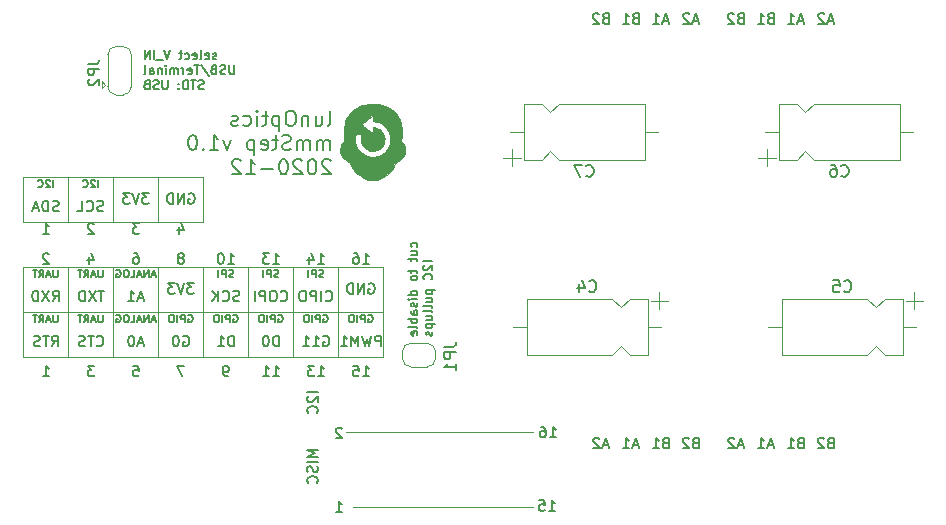
<source format=gbo>
%TF.GenerationSoftware,KiCad,Pcbnew,(5.1.8)-1*%
%TF.CreationDate,2020-12-25T17:53:49+01:00*%
%TF.ProjectId,mmStep,6d6d5374-6570-42e6-9b69-6361645f7063,rev?*%
%TF.SameCoordinates,Original*%
%TF.FileFunction,Legend,Bot*%
%TF.FilePolarity,Positive*%
%FSLAX46Y46*%
G04 Gerber Fmt 4.6, Leading zero omitted, Abs format (unit mm)*
G04 Created by KiCad (PCBNEW (5.1.8)-1) date 2020-12-25 17:53:49*
%MOMM*%
%LPD*%
G01*
G04 APERTURE LIST*
%ADD10C,0.127000*%
%ADD11C,0.120000*%
%ADD12C,0.152400*%
%ADD13C,0.010000*%
%ADD14C,0.150000*%
G04 APERTURE END LIST*
D10*
X16991692Y-9706428D02*
X16919121Y-9742714D01*
X16773978Y-9742714D01*
X16701407Y-9706428D01*
X16665121Y-9633857D01*
X16665121Y-9597571D01*
X16701407Y-9525000D01*
X16773978Y-9488714D01*
X16882835Y-9488714D01*
X16955407Y-9452428D01*
X16991692Y-9379857D01*
X16991692Y-9343571D01*
X16955407Y-9271000D01*
X16882835Y-9234714D01*
X16773978Y-9234714D01*
X16701407Y-9271000D01*
X16048264Y-9706428D02*
X16120835Y-9742714D01*
X16265978Y-9742714D01*
X16338550Y-9706428D01*
X16374835Y-9633857D01*
X16374835Y-9343571D01*
X16338550Y-9271000D01*
X16265978Y-9234714D01*
X16120835Y-9234714D01*
X16048264Y-9271000D01*
X16011978Y-9343571D01*
X16011978Y-9416142D01*
X16374835Y-9488714D01*
X15576550Y-9742714D02*
X15649121Y-9706428D01*
X15685407Y-9633857D01*
X15685407Y-8980714D01*
X14995978Y-9706428D02*
X15068550Y-9742714D01*
X15213692Y-9742714D01*
X15286264Y-9706428D01*
X15322550Y-9633857D01*
X15322550Y-9343571D01*
X15286264Y-9271000D01*
X15213692Y-9234714D01*
X15068550Y-9234714D01*
X14995978Y-9271000D01*
X14959692Y-9343571D01*
X14959692Y-9416142D01*
X15322550Y-9488714D01*
X14306550Y-9706428D02*
X14379121Y-9742714D01*
X14524264Y-9742714D01*
X14596835Y-9706428D01*
X14633121Y-9670142D01*
X14669407Y-9597571D01*
X14669407Y-9379857D01*
X14633121Y-9307285D01*
X14596835Y-9271000D01*
X14524264Y-9234714D01*
X14379121Y-9234714D01*
X14306550Y-9271000D01*
X14088835Y-9234714D02*
X13798550Y-9234714D01*
X13979978Y-8980714D02*
X13979978Y-9633857D01*
X13943692Y-9706428D01*
X13871121Y-9742714D01*
X13798550Y-9742714D01*
X13072835Y-8980714D02*
X12818835Y-9742714D01*
X12564835Y-8980714D01*
X12492264Y-9815285D02*
X11911692Y-9815285D01*
X11730264Y-9742714D02*
X11730264Y-8980714D01*
X11367407Y-9742714D02*
X11367407Y-8980714D01*
X10931978Y-9742714D01*
X10931978Y-8980714D01*
X18515692Y-10250714D02*
X18515692Y-10867571D01*
X18479407Y-10940142D01*
X18443121Y-10976428D01*
X18370550Y-11012714D01*
X18225407Y-11012714D01*
X18152835Y-10976428D01*
X18116550Y-10940142D01*
X18080264Y-10867571D01*
X18080264Y-10250714D01*
X17753692Y-10976428D02*
X17644835Y-11012714D01*
X17463407Y-11012714D01*
X17390835Y-10976428D01*
X17354550Y-10940142D01*
X17318264Y-10867571D01*
X17318264Y-10795000D01*
X17354550Y-10722428D01*
X17390835Y-10686142D01*
X17463407Y-10649857D01*
X17608550Y-10613571D01*
X17681121Y-10577285D01*
X17717407Y-10541000D01*
X17753692Y-10468428D01*
X17753692Y-10395857D01*
X17717407Y-10323285D01*
X17681121Y-10287000D01*
X17608550Y-10250714D01*
X17427121Y-10250714D01*
X17318264Y-10287000D01*
X16737692Y-10613571D02*
X16628835Y-10649857D01*
X16592550Y-10686142D01*
X16556264Y-10758714D01*
X16556264Y-10867571D01*
X16592550Y-10940142D01*
X16628835Y-10976428D01*
X16701407Y-11012714D01*
X16991692Y-11012714D01*
X16991692Y-10250714D01*
X16737692Y-10250714D01*
X16665121Y-10287000D01*
X16628835Y-10323285D01*
X16592550Y-10395857D01*
X16592550Y-10468428D01*
X16628835Y-10541000D01*
X16665121Y-10577285D01*
X16737692Y-10613571D01*
X16991692Y-10613571D01*
X15685407Y-10214428D02*
X16338550Y-11194142D01*
X15540264Y-10250714D02*
X15104835Y-10250714D01*
X15322549Y-11012714D02*
X15322549Y-10250714D01*
X14560549Y-10976428D02*
X14633121Y-11012714D01*
X14778264Y-11012714D01*
X14850835Y-10976428D01*
X14887121Y-10903857D01*
X14887121Y-10613571D01*
X14850835Y-10541000D01*
X14778264Y-10504714D01*
X14633121Y-10504714D01*
X14560549Y-10541000D01*
X14524264Y-10613571D01*
X14524264Y-10686142D01*
X14887121Y-10758714D01*
X14197692Y-11012714D02*
X14197692Y-10504714D01*
X14197692Y-10649857D02*
X14161407Y-10577285D01*
X14125121Y-10541000D01*
X14052549Y-10504714D01*
X13979978Y-10504714D01*
X13725978Y-11012714D02*
X13725978Y-10504714D01*
X13725978Y-10577285D02*
X13689692Y-10541000D01*
X13617121Y-10504714D01*
X13508264Y-10504714D01*
X13435692Y-10541000D01*
X13399407Y-10613571D01*
X13399407Y-11012714D01*
X13399407Y-10613571D02*
X13363121Y-10541000D01*
X13290549Y-10504714D01*
X13181692Y-10504714D01*
X13109121Y-10541000D01*
X13072835Y-10613571D01*
X13072835Y-11012714D01*
X12709978Y-11012714D02*
X12709978Y-10504714D01*
X12709978Y-10250714D02*
X12746264Y-10287000D01*
X12709978Y-10323285D01*
X12673692Y-10287000D01*
X12709978Y-10250714D01*
X12709978Y-10323285D01*
X12347121Y-10504714D02*
X12347121Y-11012714D01*
X12347121Y-10577285D02*
X12310835Y-10541000D01*
X12238264Y-10504714D01*
X12129407Y-10504714D01*
X12056835Y-10541000D01*
X12020549Y-10613571D01*
X12020549Y-11012714D01*
X11331121Y-11012714D02*
X11331121Y-10613571D01*
X11367407Y-10541000D01*
X11439978Y-10504714D01*
X11585121Y-10504714D01*
X11657692Y-10541000D01*
X11331121Y-10976428D02*
X11403692Y-11012714D01*
X11585121Y-11012714D01*
X11657692Y-10976428D01*
X11693978Y-10903857D01*
X11693978Y-10831285D01*
X11657692Y-10758714D01*
X11585121Y-10722428D01*
X11403692Y-10722428D01*
X11331121Y-10686142D01*
X10859407Y-11012714D02*
X10931978Y-10976428D01*
X10968264Y-10903857D01*
X10968264Y-10250714D01*
X15903121Y-12246428D02*
X15794264Y-12282714D01*
X15612835Y-12282714D01*
X15540264Y-12246428D01*
X15503978Y-12210142D01*
X15467692Y-12137571D01*
X15467692Y-12065000D01*
X15503978Y-11992428D01*
X15540264Y-11956142D01*
X15612835Y-11919857D01*
X15757978Y-11883571D01*
X15830550Y-11847285D01*
X15866835Y-11811000D01*
X15903121Y-11738428D01*
X15903121Y-11665857D01*
X15866835Y-11593285D01*
X15830550Y-11557000D01*
X15757978Y-11520714D01*
X15576550Y-11520714D01*
X15467692Y-11557000D01*
X15249978Y-11520714D02*
X14814550Y-11520714D01*
X15032264Y-12282714D02*
X15032264Y-11520714D01*
X14560550Y-12282714D02*
X14560550Y-11520714D01*
X14379121Y-11520714D01*
X14270264Y-11557000D01*
X14197692Y-11629571D01*
X14161407Y-11702142D01*
X14125121Y-11847285D01*
X14125121Y-11956142D01*
X14161407Y-12101285D01*
X14197692Y-12173857D01*
X14270264Y-12246428D01*
X14379121Y-12282714D01*
X14560550Y-12282714D01*
X13798550Y-12210142D02*
X13762264Y-12246428D01*
X13798550Y-12282714D01*
X13834835Y-12246428D01*
X13798550Y-12210142D01*
X13798550Y-12282714D01*
X13798550Y-11811000D02*
X13762264Y-11847285D01*
X13798550Y-11883571D01*
X13834835Y-11847285D01*
X13798550Y-11811000D01*
X13798550Y-11883571D01*
X12855121Y-11520714D02*
X12855121Y-12137571D01*
X12818835Y-12210142D01*
X12782550Y-12246428D01*
X12709978Y-12282714D01*
X12564835Y-12282714D01*
X12492264Y-12246428D01*
X12455978Y-12210142D01*
X12419692Y-12137571D01*
X12419692Y-11520714D01*
X12093121Y-12246428D02*
X11984264Y-12282714D01*
X11802835Y-12282714D01*
X11730264Y-12246428D01*
X11693978Y-12210142D01*
X11657692Y-12137571D01*
X11657692Y-12065000D01*
X11693978Y-11992428D01*
X11730264Y-11956142D01*
X11802835Y-11919857D01*
X11947978Y-11883571D01*
X12020550Y-11847285D01*
X12056835Y-11811000D01*
X12093121Y-11738428D01*
X12093121Y-11665857D01*
X12056835Y-11593285D01*
X12020550Y-11557000D01*
X11947978Y-11520714D01*
X11766550Y-11520714D01*
X11657692Y-11557000D01*
X11077121Y-11883571D02*
X10968264Y-11919857D01*
X10931978Y-11956142D01*
X10895692Y-12028714D01*
X10895692Y-12137571D01*
X10931978Y-12210142D01*
X10968264Y-12246428D01*
X11040835Y-12282714D01*
X11331121Y-12282714D01*
X11331121Y-11520714D01*
X11077121Y-11520714D01*
X11004550Y-11557000D01*
X10968264Y-11593285D01*
X10931978Y-11665857D01*
X10931978Y-11738428D01*
X10968264Y-11811000D01*
X11004550Y-11847285D01*
X11077121Y-11883571D01*
X11331121Y-11883571D01*
D11*
X28575000Y-47625000D02*
X43815000Y-47625000D01*
X27940000Y-41275000D02*
X43815000Y-41275000D01*
D12*
X13800666Y-23939500D02*
X13800666Y-24532166D01*
X14012333Y-23600833D02*
X14224000Y-24235833D01*
X13673666Y-24235833D01*
X10456333Y-23643166D02*
X9906000Y-23643166D01*
X10202333Y-23981833D01*
X10075333Y-23981833D01*
X9990666Y-24024166D01*
X9948333Y-24066500D01*
X9906000Y-24151166D01*
X9906000Y-24362833D01*
X9948333Y-24447500D01*
X9990666Y-24489833D01*
X10075333Y-24532166D01*
X10329333Y-24532166D01*
X10414000Y-24489833D01*
X10456333Y-24447500D01*
X6604000Y-23727833D02*
X6561666Y-23685500D01*
X6477000Y-23643166D01*
X6265333Y-23643166D01*
X6180666Y-23685500D01*
X6138333Y-23727833D01*
X6096000Y-23812500D01*
X6096000Y-23897166D01*
X6138333Y-24024166D01*
X6646333Y-24532166D01*
X6096000Y-24532166D01*
X2286000Y-24532166D02*
X2794000Y-24532166D01*
X2540000Y-24532166D02*
X2540000Y-23643166D01*
X2624666Y-23770166D01*
X2709333Y-23854833D01*
X2794000Y-23897166D01*
X3159880Y-20607261D02*
X3159880Y-19972261D01*
X2887738Y-20032738D02*
X2857500Y-20002500D01*
X2797023Y-19972261D01*
X2645833Y-19972261D01*
X2585357Y-20002500D01*
X2555119Y-20032738D01*
X2524880Y-20093214D01*
X2524880Y-20153690D01*
X2555119Y-20244404D01*
X2917976Y-20607261D01*
X2524880Y-20607261D01*
X1889880Y-20546785D02*
X1920119Y-20577023D01*
X2010833Y-20607261D01*
X2071309Y-20607261D01*
X2162023Y-20577023D01*
X2222500Y-20516547D01*
X2252738Y-20456071D01*
X2282976Y-20335119D01*
X2282976Y-20244404D01*
X2252738Y-20123452D01*
X2222500Y-20062976D01*
X2162023Y-20002500D01*
X2071309Y-19972261D01*
X2010833Y-19972261D01*
X1920119Y-20002500D01*
X1889880Y-20032738D01*
X6969880Y-20607261D02*
X6969880Y-19972261D01*
X6697738Y-20032738D02*
X6667500Y-20002500D01*
X6607023Y-19972261D01*
X6455833Y-19972261D01*
X6395357Y-20002500D01*
X6365119Y-20032738D01*
X6334880Y-20093214D01*
X6334880Y-20153690D01*
X6365119Y-20244404D01*
X6727976Y-20607261D01*
X6334880Y-20607261D01*
X5699880Y-20546785D02*
X5730119Y-20577023D01*
X5820833Y-20607261D01*
X5881309Y-20607261D01*
X5972023Y-20577023D01*
X6032500Y-20516547D01*
X6062738Y-20456071D01*
X6092976Y-20335119D01*
X6092976Y-20244404D01*
X6062738Y-20123452D01*
X6032500Y-20062976D01*
X5972023Y-20002500D01*
X5881309Y-19972261D01*
X5820833Y-19972261D01*
X5730119Y-20002500D01*
X5699880Y-20032738D01*
X3619500Y-22584833D02*
X3492500Y-22627166D01*
X3280833Y-22627166D01*
X3196166Y-22584833D01*
X3153833Y-22542500D01*
X3111500Y-22457833D01*
X3111500Y-22373166D01*
X3153833Y-22288500D01*
X3196166Y-22246166D01*
X3280833Y-22203833D01*
X3450166Y-22161500D01*
X3534833Y-22119166D01*
X3577166Y-22076833D01*
X3619500Y-21992166D01*
X3619500Y-21907500D01*
X3577166Y-21822833D01*
X3534833Y-21780500D01*
X3450166Y-21738166D01*
X3238500Y-21738166D01*
X3111500Y-21780500D01*
X2730500Y-22627166D02*
X2730500Y-21738166D01*
X2518833Y-21738166D01*
X2391833Y-21780500D01*
X2307166Y-21865166D01*
X2264833Y-21949833D01*
X2222500Y-22119166D01*
X2222500Y-22246166D01*
X2264833Y-22415500D01*
X2307166Y-22500166D01*
X2391833Y-22584833D01*
X2518833Y-22627166D01*
X2730500Y-22627166D01*
X1883833Y-22373166D02*
X1460500Y-22373166D01*
X1968500Y-22627166D02*
X1672166Y-21738166D01*
X1375833Y-22627166D01*
X7408333Y-22584833D02*
X7281333Y-22627166D01*
X7069666Y-22627166D01*
X6985000Y-22584833D01*
X6942666Y-22542500D01*
X6900333Y-22457833D01*
X6900333Y-22373166D01*
X6942666Y-22288500D01*
X6985000Y-22246166D01*
X7069666Y-22203833D01*
X7239000Y-22161500D01*
X7323666Y-22119166D01*
X7366000Y-22076833D01*
X7408333Y-21992166D01*
X7408333Y-21907500D01*
X7366000Y-21822833D01*
X7323666Y-21780500D01*
X7239000Y-21738166D01*
X7027333Y-21738166D01*
X6900333Y-21780500D01*
X6011333Y-22542500D02*
X6053666Y-22584833D01*
X6180666Y-22627166D01*
X6265333Y-22627166D01*
X6392333Y-22584833D01*
X6477000Y-22500166D01*
X6519333Y-22415500D01*
X6561666Y-22246166D01*
X6561666Y-22119166D01*
X6519333Y-21949833D01*
X6477000Y-21865166D01*
X6392333Y-21780500D01*
X6265333Y-21738166D01*
X6180666Y-21738166D01*
X6053666Y-21780500D01*
X6011333Y-21822833D01*
X5207000Y-22627166D02*
X5630333Y-22627166D01*
X5630333Y-21738166D01*
X11260666Y-21103166D02*
X10710333Y-21103166D01*
X11006666Y-21441833D01*
X10879666Y-21441833D01*
X10795000Y-21484166D01*
X10752666Y-21526500D01*
X10710333Y-21611166D01*
X10710333Y-21822833D01*
X10752666Y-21907500D01*
X10795000Y-21949833D01*
X10879666Y-21992166D01*
X11133666Y-21992166D01*
X11218333Y-21949833D01*
X11260666Y-21907500D01*
X10456333Y-21103166D02*
X10160000Y-21992166D01*
X9863666Y-21103166D01*
X9652000Y-21103166D02*
X9101666Y-21103166D01*
X9398000Y-21441833D01*
X9271000Y-21441833D01*
X9186333Y-21484166D01*
X9144000Y-21526500D01*
X9101666Y-21611166D01*
X9101666Y-21822833D01*
X9144000Y-21907500D01*
X9186333Y-21949833D01*
X9271000Y-21992166D01*
X9525000Y-21992166D01*
X9609666Y-21949833D01*
X9652000Y-21907500D01*
X14647333Y-21145500D02*
X14732000Y-21103166D01*
X14859000Y-21103166D01*
X14986000Y-21145500D01*
X15070666Y-21230166D01*
X15113000Y-21314833D01*
X15155333Y-21484166D01*
X15155333Y-21611166D01*
X15113000Y-21780500D01*
X15070666Y-21865166D01*
X14986000Y-21949833D01*
X14859000Y-21992166D01*
X14774333Y-21992166D01*
X14647333Y-21949833D01*
X14605000Y-21907500D01*
X14605000Y-21611166D01*
X14774333Y-21611166D01*
X14224000Y-21992166D02*
X14224000Y-21103166D01*
X13716000Y-21992166D01*
X13716000Y-21103166D01*
X13292666Y-21992166D02*
X13292666Y-21103166D01*
X13081000Y-21103166D01*
X12954000Y-21145500D01*
X12869333Y-21230166D01*
X12827000Y-21314833D01*
X12784666Y-21484166D01*
X12784666Y-21611166D01*
X12827000Y-21780500D01*
X12869333Y-21865166D01*
X12954000Y-21949833D01*
X13081000Y-21992166D01*
X13292666Y-21992166D01*
D11*
X12065000Y-19685000D02*
X15875000Y-19685000D01*
X8255000Y-19685000D02*
X12065000Y-19685000D01*
X4445000Y-23495000D02*
X8255000Y-23495000D01*
X635000Y-19685000D02*
X4445000Y-19685000D01*
X635000Y-23495000D02*
X635000Y-19685000D01*
X4445000Y-23495000D02*
X635000Y-23495000D01*
X4445000Y-19685000D02*
X4445000Y-23495000D01*
X8255000Y-19685000D02*
X4445000Y-19685000D01*
X8255000Y-23495000D02*
X8255000Y-19685000D01*
X12065000Y-23495000D02*
X8255000Y-23495000D01*
X12065000Y-23495000D02*
X12065000Y-19685000D01*
X15875000Y-23495000D02*
X12065000Y-23495000D01*
X15875000Y-19685000D02*
X15875000Y-23495000D01*
D12*
X2794000Y-26267833D02*
X2751666Y-26225500D01*
X2667000Y-26183166D01*
X2455333Y-26183166D01*
X2370666Y-26225500D01*
X2328333Y-26267833D01*
X2286000Y-26352500D01*
X2286000Y-26437166D01*
X2328333Y-26564166D01*
X2836333Y-27072166D01*
X2286000Y-27072166D01*
X6180666Y-26479500D02*
X6180666Y-27072166D01*
X6392333Y-26140833D02*
X6604000Y-26775833D01*
X6053666Y-26775833D01*
X9990666Y-26183166D02*
X10160000Y-26183166D01*
X10244666Y-26225500D01*
X10287000Y-26267833D01*
X10371666Y-26394833D01*
X10414000Y-26564166D01*
X10414000Y-26902833D01*
X10371666Y-26987500D01*
X10329333Y-27029833D01*
X10244666Y-27072166D01*
X10075333Y-27072166D01*
X9990666Y-27029833D01*
X9948333Y-26987500D01*
X9906000Y-26902833D01*
X9906000Y-26691166D01*
X9948333Y-26606500D01*
X9990666Y-26564166D01*
X10075333Y-26521833D01*
X10244666Y-26521833D01*
X10329333Y-26564166D01*
X10371666Y-26606500D01*
X10414000Y-26691166D01*
X14054666Y-26564166D02*
X14139333Y-26521833D01*
X14181666Y-26479500D01*
X14224000Y-26394833D01*
X14224000Y-26352500D01*
X14181666Y-26267833D01*
X14139333Y-26225500D01*
X14054666Y-26183166D01*
X13885333Y-26183166D01*
X13800666Y-26225500D01*
X13758333Y-26267833D01*
X13716000Y-26352500D01*
X13716000Y-26394833D01*
X13758333Y-26479500D01*
X13800666Y-26521833D01*
X13885333Y-26564166D01*
X14054666Y-26564166D01*
X14139333Y-26606500D01*
X14181666Y-26648833D01*
X14224000Y-26733500D01*
X14224000Y-26902833D01*
X14181666Y-26987500D01*
X14139333Y-27029833D01*
X14054666Y-27072166D01*
X13885333Y-27072166D01*
X13800666Y-27029833D01*
X13758333Y-26987500D01*
X13716000Y-26902833D01*
X13716000Y-26733500D01*
X13758333Y-26648833D01*
X13800666Y-26606500D01*
X13885333Y-26564166D01*
X17949333Y-27072166D02*
X18457333Y-27072166D01*
X18203333Y-27072166D02*
X18203333Y-26183166D01*
X18288000Y-26310166D01*
X18372666Y-26394833D01*
X18457333Y-26437166D01*
X17399000Y-26183166D02*
X17314333Y-26183166D01*
X17229666Y-26225500D01*
X17187333Y-26267833D01*
X17145000Y-26352500D01*
X17102666Y-26521833D01*
X17102666Y-26733500D01*
X17145000Y-26902833D01*
X17187333Y-26987500D01*
X17229666Y-27029833D01*
X17314333Y-27072166D01*
X17399000Y-27072166D01*
X17483666Y-27029833D01*
X17526000Y-26987500D01*
X17568333Y-26902833D01*
X17610666Y-26733500D01*
X17610666Y-26521833D01*
X17568333Y-26352500D01*
X17526000Y-26267833D01*
X17483666Y-26225500D01*
X17399000Y-26183166D01*
X21759333Y-27072166D02*
X22267333Y-27072166D01*
X22013333Y-27072166D02*
X22013333Y-26183166D01*
X22098000Y-26310166D01*
X22182666Y-26394833D01*
X22267333Y-26437166D01*
X21463000Y-26183166D02*
X20912666Y-26183166D01*
X21209000Y-26521833D01*
X21082000Y-26521833D01*
X20997333Y-26564166D01*
X20955000Y-26606500D01*
X20912666Y-26691166D01*
X20912666Y-26902833D01*
X20955000Y-26987500D01*
X20997333Y-27029833D01*
X21082000Y-27072166D01*
X21336000Y-27072166D01*
X21420666Y-27029833D01*
X21463000Y-26987500D01*
X25569333Y-27072166D02*
X26077333Y-27072166D01*
X25823333Y-27072166D02*
X25823333Y-26183166D01*
X25908000Y-26310166D01*
X25992666Y-26394833D01*
X26077333Y-26437166D01*
X24807333Y-26479500D02*
X24807333Y-27072166D01*
X25019000Y-26140833D02*
X25230666Y-26775833D01*
X24680333Y-26775833D01*
X29379333Y-27072166D02*
X29887333Y-27072166D01*
X29633333Y-27072166D02*
X29633333Y-26183166D01*
X29718000Y-26310166D01*
X29802666Y-26394833D01*
X29887333Y-26437166D01*
X28617333Y-26183166D02*
X28786666Y-26183166D01*
X28871333Y-26225500D01*
X28913666Y-26267833D01*
X28998333Y-26394833D01*
X29040666Y-26564166D01*
X29040666Y-26902833D01*
X28998333Y-26987500D01*
X28956000Y-27029833D01*
X28871333Y-27072166D01*
X28702000Y-27072166D01*
X28617333Y-27029833D01*
X28575000Y-26987500D01*
X28532666Y-26902833D01*
X28532666Y-26691166D01*
X28575000Y-26606500D01*
X28617333Y-26564166D01*
X28702000Y-26521833D01*
X28871333Y-26521833D01*
X28956000Y-26564166D01*
X28998333Y-26606500D01*
X29040666Y-26691166D01*
X29379333Y-36597166D02*
X29887333Y-36597166D01*
X29633333Y-36597166D02*
X29633333Y-35708166D01*
X29718000Y-35835166D01*
X29802666Y-35919833D01*
X29887333Y-35962166D01*
X28575000Y-35708166D02*
X28998333Y-35708166D01*
X29040666Y-36131500D01*
X28998333Y-36089166D01*
X28913666Y-36046833D01*
X28702000Y-36046833D01*
X28617333Y-36089166D01*
X28575000Y-36131500D01*
X28532666Y-36216166D01*
X28532666Y-36427833D01*
X28575000Y-36512500D01*
X28617333Y-36554833D01*
X28702000Y-36597166D01*
X28913666Y-36597166D01*
X28998333Y-36554833D01*
X29040666Y-36512500D01*
X25569333Y-36597166D02*
X26077333Y-36597166D01*
X25823333Y-36597166D02*
X25823333Y-35708166D01*
X25908000Y-35835166D01*
X25992666Y-35919833D01*
X26077333Y-35962166D01*
X25273000Y-35708166D02*
X24722666Y-35708166D01*
X25019000Y-36046833D01*
X24892000Y-36046833D01*
X24807333Y-36089166D01*
X24765000Y-36131500D01*
X24722666Y-36216166D01*
X24722666Y-36427833D01*
X24765000Y-36512500D01*
X24807333Y-36554833D01*
X24892000Y-36597166D01*
X25146000Y-36597166D01*
X25230666Y-36554833D01*
X25273000Y-36512500D01*
X21759333Y-36597166D02*
X22267333Y-36597166D01*
X22013333Y-36597166D02*
X22013333Y-35708166D01*
X22098000Y-35835166D01*
X22182666Y-35919833D01*
X22267333Y-35962166D01*
X20912666Y-36597166D02*
X21420666Y-36597166D01*
X21166666Y-36597166D02*
X21166666Y-35708166D01*
X21251333Y-35835166D01*
X21336000Y-35919833D01*
X21420666Y-35962166D01*
X17949333Y-36597166D02*
X17780000Y-36597166D01*
X17695333Y-36554833D01*
X17653000Y-36512500D01*
X17568333Y-36385500D01*
X17526000Y-36216166D01*
X17526000Y-35877500D01*
X17568333Y-35792833D01*
X17610666Y-35750500D01*
X17695333Y-35708166D01*
X17864666Y-35708166D01*
X17949333Y-35750500D01*
X17991666Y-35792833D01*
X18034000Y-35877500D01*
X18034000Y-36089166D01*
X17991666Y-36173833D01*
X17949333Y-36216166D01*
X17864666Y-36258500D01*
X17695333Y-36258500D01*
X17610666Y-36216166D01*
X17568333Y-36173833D01*
X17526000Y-36089166D01*
X14266333Y-35708166D02*
X13673666Y-35708166D01*
X14054666Y-36597166D01*
X9948333Y-35708166D02*
X10371666Y-35708166D01*
X10414000Y-36131500D01*
X10371666Y-36089166D01*
X10287000Y-36046833D01*
X10075333Y-36046833D01*
X9990666Y-36089166D01*
X9948333Y-36131500D01*
X9906000Y-36216166D01*
X9906000Y-36427833D01*
X9948333Y-36512500D01*
X9990666Y-36554833D01*
X10075333Y-36597166D01*
X10287000Y-36597166D01*
X10371666Y-36554833D01*
X10414000Y-36512500D01*
X6646333Y-35708166D02*
X6096000Y-35708166D01*
X6392333Y-36046833D01*
X6265333Y-36046833D01*
X6180666Y-36089166D01*
X6138333Y-36131500D01*
X6096000Y-36216166D01*
X6096000Y-36427833D01*
X6138333Y-36512500D01*
X6180666Y-36554833D01*
X6265333Y-36597166D01*
X6519333Y-36597166D01*
X6604000Y-36554833D01*
X6646333Y-36512500D01*
X2286000Y-36597166D02*
X2794000Y-36597166D01*
X2540000Y-36597166D02*
X2540000Y-35708166D01*
X2624666Y-35835166D01*
X2709333Y-35919833D01*
X2794000Y-35962166D01*
X30882166Y-34057166D02*
X30882166Y-33168166D01*
X30543500Y-33168166D01*
X30458833Y-33210500D01*
X30416500Y-33252833D01*
X30374166Y-33337500D01*
X30374166Y-33464500D01*
X30416500Y-33549166D01*
X30458833Y-33591500D01*
X30543500Y-33633833D01*
X30882166Y-33633833D01*
X30077833Y-33168166D02*
X29866166Y-34057166D01*
X29696833Y-33422166D01*
X29527500Y-34057166D01*
X29315833Y-33168166D01*
X28977166Y-34057166D02*
X28977166Y-33168166D01*
X28680833Y-33803166D01*
X28384500Y-33168166D01*
X28384500Y-34057166D01*
X27495500Y-34057166D02*
X28003500Y-34057166D01*
X27749500Y-34057166D02*
X27749500Y-33168166D01*
X27834166Y-33295166D01*
X27918833Y-33379833D01*
X28003500Y-33422166D01*
X26013833Y-33210500D02*
X26098500Y-33168166D01*
X26225500Y-33168166D01*
X26352500Y-33210500D01*
X26437166Y-33295166D01*
X26479500Y-33379833D01*
X26521833Y-33549166D01*
X26521833Y-33676166D01*
X26479500Y-33845500D01*
X26437166Y-33930166D01*
X26352500Y-34014833D01*
X26225500Y-34057166D01*
X26140833Y-34057166D01*
X26013833Y-34014833D01*
X25971500Y-33972500D01*
X25971500Y-33676166D01*
X26140833Y-33676166D01*
X25124833Y-34057166D02*
X25632833Y-34057166D01*
X25378833Y-34057166D02*
X25378833Y-33168166D01*
X25463500Y-33295166D01*
X25548166Y-33379833D01*
X25632833Y-33422166D01*
X24278166Y-34057166D02*
X24786166Y-34057166D01*
X24532166Y-34057166D02*
X24532166Y-33168166D01*
X24616833Y-33295166D01*
X24701500Y-33379833D01*
X24786166Y-33422166D01*
X22246166Y-34057166D02*
X22246166Y-33168166D01*
X22034500Y-33168166D01*
X21907500Y-33210500D01*
X21822833Y-33295166D01*
X21780500Y-33379833D01*
X21738166Y-33549166D01*
X21738166Y-33676166D01*
X21780500Y-33845500D01*
X21822833Y-33930166D01*
X21907500Y-34014833D01*
X22034500Y-34057166D01*
X22246166Y-34057166D01*
X21187833Y-33168166D02*
X21103166Y-33168166D01*
X21018500Y-33210500D01*
X20976166Y-33252833D01*
X20933833Y-33337500D01*
X20891500Y-33506833D01*
X20891500Y-33718500D01*
X20933833Y-33887833D01*
X20976166Y-33972500D01*
X21018500Y-34014833D01*
X21103166Y-34057166D01*
X21187833Y-34057166D01*
X21272500Y-34014833D01*
X21314833Y-33972500D01*
X21357166Y-33887833D01*
X21399500Y-33718500D01*
X21399500Y-33506833D01*
X21357166Y-33337500D01*
X21314833Y-33252833D01*
X21272500Y-33210500D01*
X21187833Y-33168166D01*
X18436166Y-34057166D02*
X18436166Y-33168166D01*
X18224500Y-33168166D01*
X18097500Y-33210500D01*
X18012833Y-33295166D01*
X17970500Y-33379833D01*
X17928166Y-33549166D01*
X17928166Y-33676166D01*
X17970500Y-33845500D01*
X18012833Y-33930166D01*
X18097500Y-34014833D01*
X18224500Y-34057166D01*
X18436166Y-34057166D01*
X17081500Y-34057166D02*
X17589500Y-34057166D01*
X17335500Y-34057166D02*
X17335500Y-33168166D01*
X17420166Y-33295166D01*
X17504833Y-33379833D01*
X17589500Y-33422166D01*
X14160500Y-33210500D02*
X14245166Y-33168166D01*
X14372166Y-33168166D01*
X14499166Y-33210500D01*
X14583833Y-33295166D01*
X14626166Y-33379833D01*
X14668500Y-33549166D01*
X14668500Y-33676166D01*
X14626166Y-33845500D01*
X14583833Y-33930166D01*
X14499166Y-34014833D01*
X14372166Y-34057166D01*
X14287500Y-34057166D01*
X14160500Y-34014833D01*
X14118166Y-33972500D01*
X14118166Y-33676166D01*
X14287500Y-33676166D01*
X13567833Y-33168166D02*
X13483166Y-33168166D01*
X13398500Y-33210500D01*
X13356166Y-33252833D01*
X13313833Y-33337500D01*
X13271500Y-33506833D01*
X13271500Y-33718500D01*
X13313833Y-33887833D01*
X13356166Y-33972500D01*
X13398500Y-34014833D01*
X13483166Y-34057166D01*
X13567833Y-34057166D01*
X13652500Y-34014833D01*
X13694833Y-33972500D01*
X13737166Y-33887833D01*
X13779500Y-33718500D01*
X13779500Y-33506833D01*
X13737166Y-33337500D01*
X13694833Y-33252833D01*
X13652500Y-33210500D01*
X13567833Y-33168166D01*
X29845000Y-31432500D02*
X29905476Y-31402261D01*
X29996190Y-31402261D01*
X30086904Y-31432500D01*
X30147380Y-31492976D01*
X30177619Y-31553452D01*
X30207857Y-31674404D01*
X30207857Y-31765119D01*
X30177619Y-31886071D01*
X30147380Y-31946547D01*
X30086904Y-32007023D01*
X29996190Y-32037261D01*
X29935714Y-32037261D01*
X29845000Y-32007023D01*
X29814761Y-31976785D01*
X29814761Y-31765119D01*
X29935714Y-31765119D01*
X29542619Y-32037261D02*
X29542619Y-31402261D01*
X29300714Y-31402261D01*
X29240238Y-31432500D01*
X29210000Y-31462738D01*
X29179761Y-31523214D01*
X29179761Y-31613928D01*
X29210000Y-31674404D01*
X29240238Y-31704642D01*
X29300714Y-31734880D01*
X29542619Y-31734880D01*
X28907619Y-32037261D02*
X28907619Y-31402261D01*
X28484285Y-31402261D02*
X28363333Y-31402261D01*
X28302857Y-31432500D01*
X28242380Y-31492976D01*
X28212142Y-31613928D01*
X28212142Y-31825595D01*
X28242380Y-31946547D01*
X28302857Y-32007023D01*
X28363333Y-32037261D01*
X28484285Y-32037261D01*
X28544761Y-32007023D01*
X28605238Y-31946547D01*
X28635476Y-31825595D01*
X28635476Y-31613928D01*
X28605238Y-31492976D01*
X28544761Y-31432500D01*
X28484285Y-31402261D01*
X26035000Y-31432500D02*
X26095476Y-31402261D01*
X26186190Y-31402261D01*
X26276904Y-31432500D01*
X26337380Y-31492976D01*
X26367619Y-31553452D01*
X26397857Y-31674404D01*
X26397857Y-31765119D01*
X26367619Y-31886071D01*
X26337380Y-31946547D01*
X26276904Y-32007023D01*
X26186190Y-32037261D01*
X26125714Y-32037261D01*
X26035000Y-32007023D01*
X26004761Y-31976785D01*
X26004761Y-31765119D01*
X26125714Y-31765119D01*
X25732619Y-32037261D02*
X25732619Y-31402261D01*
X25490714Y-31402261D01*
X25430238Y-31432500D01*
X25400000Y-31462738D01*
X25369761Y-31523214D01*
X25369761Y-31613928D01*
X25400000Y-31674404D01*
X25430238Y-31704642D01*
X25490714Y-31734880D01*
X25732619Y-31734880D01*
X25097619Y-32037261D02*
X25097619Y-31402261D01*
X24674285Y-31402261D02*
X24553333Y-31402261D01*
X24492857Y-31432500D01*
X24432380Y-31492976D01*
X24402142Y-31613928D01*
X24402142Y-31825595D01*
X24432380Y-31946547D01*
X24492857Y-32007023D01*
X24553333Y-32037261D01*
X24674285Y-32037261D01*
X24734761Y-32007023D01*
X24795238Y-31946547D01*
X24825476Y-31825595D01*
X24825476Y-31613928D01*
X24795238Y-31492976D01*
X24734761Y-31432500D01*
X24674285Y-31402261D01*
X22225000Y-31432500D02*
X22285476Y-31402261D01*
X22376190Y-31402261D01*
X22466904Y-31432500D01*
X22527380Y-31492976D01*
X22557619Y-31553452D01*
X22587857Y-31674404D01*
X22587857Y-31765119D01*
X22557619Y-31886071D01*
X22527380Y-31946547D01*
X22466904Y-32007023D01*
X22376190Y-32037261D01*
X22315714Y-32037261D01*
X22225000Y-32007023D01*
X22194761Y-31976785D01*
X22194761Y-31765119D01*
X22315714Y-31765119D01*
X21922619Y-32037261D02*
X21922619Y-31402261D01*
X21680714Y-31402261D01*
X21620238Y-31432500D01*
X21590000Y-31462738D01*
X21559761Y-31523214D01*
X21559761Y-31613928D01*
X21590000Y-31674404D01*
X21620238Y-31704642D01*
X21680714Y-31734880D01*
X21922619Y-31734880D01*
X21287619Y-32037261D02*
X21287619Y-31402261D01*
X20864285Y-31402261D02*
X20743333Y-31402261D01*
X20682857Y-31432500D01*
X20622380Y-31492976D01*
X20592142Y-31613928D01*
X20592142Y-31825595D01*
X20622380Y-31946547D01*
X20682857Y-32007023D01*
X20743333Y-32037261D01*
X20864285Y-32037261D01*
X20924761Y-32007023D01*
X20985238Y-31946547D01*
X21015476Y-31825595D01*
X21015476Y-31613928D01*
X20985238Y-31492976D01*
X20924761Y-31432500D01*
X20864285Y-31402261D01*
X18415000Y-31432500D02*
X18475476Y-31402261D01*
X18566190Y-31402261D01*
X18656904Y-31432500D01*
X18717380Y-31492976D01*
X18747619Y-31553452D01*
X18777857Y-31674404D01*
X18777857Y-31765119D01*
X18747619Y-31886071D01*
X18717380Y-31946547D01*
X18656904Y-32007023D01*
X18566190Y-32037261D01*
X18505714Y-32037261D01*
X18415000Y-32007023D01*
X18384761Y-31976785D01*
X18384761Y-31765119D01*
X18505714Y-31765119D01*
X18112619Y-32037261D02*
X18112619Y-31402261D01*
X17870714Y-31402261D01*
X17810238Y-31432500D01*
X17780000Y-31462738D01*
X17749761Y-31523214D01*
X17749761Y-31613928D01*
X17780000Y-31674404D01*
X17810238Y-31704642D01*
X17870714Y-31734880D01*
X18112619Y-31734880D01*
X17477619Y-32037261D02*
X17477619Y-31402261D01*
X17054285Y-31402261D02*
X16933333Y-31402261D01*
X16872857Y-31432500D01*
X16812380Y-31492976D01*
X16782142Y-31613928D01*
X16782142Y-31825595D01*
X16812380Y-31946547D01*
X16872857Y-32007023D01*
X16933333Y-32037261D01*
X17054285Y-32037261D01*
X17114761Y-32007023D01*
X17175238Y-31946547D01*
X17205476Y-31825595D01*
X17205476Y-31613928D01*
X17175238Y-31492976D01*
X17114761Y-31432500D01*
X17054285Y-31402261D01*
X14605000Y-31432500D02*
X14665476Y-31402261D01*
X14756190Y-31402261D01*
X14846904Y-31432500D01*
X14907380Y-31492976D01*
X14937619Y-31553452D01*
X14967857Y-31674404D01*
X14967857Y-31765119D01*
X14937619Y-31886071D01*
X14907380Y-31946547D01*
X14846904Y-32007023D01*
X14756190Y-32037261D01*
X14695714Y-32037261D01*
X14605000Y-32007023D01*
X14574761Y-31976785D01*
X14574761Y-31765119D01*
X14695714Y-31765119D01*
X14302619Y-32037261D02*
X14302619Y-31402261D01*
X14060714Y-31402261D01*
X14000238Y-31432500D01*
X13970000Y-31462738D01*
X13939761Y-31523214D01*
X13939761Y-31613928D01*
X13970000Y-31674404D01*
X14000238Y-31704642D01*
X14060714Y-31734880D01*
X14302619Y-31734880D01*
X13667619Y-32037261D02*
X13667619Y-31402261D01*
X13244285Y-31402261D02*
X13123333Y-31402261D01*
X13062857Y-31432500D01*
X13002380Y-31492976D01*
X12972142Y-31613928D01*
X12972142Y-31825595D01*
X13002380Y-31946547D01*
X13062857Y-32007023D01*
X13123333Y-32037261D01*
X13244285Y-32037261D01*
X13304761Y-32007023D01*
X13365238Y-31946547D01*
X13395476Y-31825595D01*
X13395476Y-31613928D01*
X13365238Y-31492976D01*
X13304761Y-31432500D01*
X13244285Y-31402261D01*
X6836833Y-33972500D02*
X6879166Y-34014833D01*
X7006166Y-34057166D01*
X7090833Y-34057166D01*
X7217833Y-34014833D01*
X7302500Y-33930166D01*
X7344833Y-33845500D01*
X7387166Y-33676166D01*
X7387166Y-33549166D01*
X7344833Y-33379833D01*
X7302500Y-33295166D01*
X7217833Y-33210500D01*
X7090833Y-33168166D01*
X7006166Y-33168166D01*
X6879166Y-33210500D01*
X6836833Y-33252833D01*
X6582833Y-33168166D02*
X6074833Y-33168166D01*
X6328833Y-34057166D02*
X6328833Y-33168166D01*
X5820833Y-34014833D02*
X5693833Y-34057166D01*
X5482166Y-34057166D01*
X5397500Y-34014833D01*
X5355166Y-33972500D01*
X5312833Y-33887833D01*
X5312833Y-33803166D01*
X5355166Y-33718500D01*
X5397500Y-33676166D01*
X5482166Y-33633833D01*
X5651500Y-33591500D01*
X5736166Y-33549166D01*
X5778500Y-33506833D01*
X5820833Y-33422166D01*
X5820833Y-33337500D01*
X5778500Y-33252833D01*
X5736166Y-33210500D01*
X5651500Y-33168166D01*
X5439833Y-33168166D01*
X5312833Y-33210500D01*
X3026833Y-34057166D02*
X3323166Y-33633833D01*
X3534833Y-34057166D02*
X3534833Y-33168166D01*
X3196166Y-33168166D01*
X3111500Y-33210500D01*
X3069166Y-33252833D01*
X3026833Y-33337500D01*
X3026833Y-33464500D01*
X3069166Y-33549166D01*
X3111500Y-33591500D01*
X3196166Y-33633833D01*
X3534833Y-33633833D01*
X2772833Y-33168166D02*
X2264833Y-33168166D01*
X2518833Y-34057166D02*
X2518833Y-33168166D01*
X2010833Y-34014833D02*
X1883833Y-34057166D01*
X1672166Y-34057166D01*
X1587500Y-34014833D01*
X1545166Y-33972500D01*
X1502833Y-33887833D01*
X1502833Y-33803166D01*
X1545166Y-33718500D01*
X1587500Y-33676166D01*
X1672166Y-33633833D01*
X1841500Y-33591500D01*
X1926166Y-33549166D01*
X1968500Y-33506833D01*
X2010833Y-33422166D01*
X2010833Y-33337500D01*
X1968500Y-33252833D01*
X1926166Y-33210500D01*
X1841500Y-33168166D01*
X1629833Y-33168166D01*
X1502833Y-33210500D01*
X3552976Y-31402261D02*
X3552976Y-31916309D01*
X3522738Y-31976785D01*
X3492500Y-32007023D01*
X3432023Y-32037261D01*
X3311071Y-32037261D01*
X3250595Y-32007023D01*
X3220357Y-31976785D01*
X3190119Y-31916309D01*
X3190119Y-31402261D01*
X2917976Y-31855833D02*
X2615595Y-31855833D01*
X2978452Y-32037261D02*
X2766785Y-31402261D01*
X2555119Y-32037261D01*
X1980595Y-32037261D02*
X2192261Y-31734880D01*
X2343452Y-32037261D02*
X2343452Y-31402261D01*
X2101547Y-31402261D01*
X2041071Y-31432500D01*
X2010833Y-31462738D01*
X1980595Y-31523214D01*
X1980595Y-31613928D01*
X2010833Y-31674404D01*
X2041071Y-31704642D01*
X2101547Y-31734880D01*
X2343452Y-31734880D01*
X1799166Y-31402261D02*
X1436309Y-31402261D01*
X1617738Y-32037261D02*
X1617738Y-31402261D01*
X7362976Y-31402261D02*
X7362976Y-31916309D01*
X7332738Y-31976785D01*
X7302500Y-32007023D01*
X7242023Y-32037261D01*
X7121071Y-32037261D01*
X7060595Y-32007023D01*
X7030357Y-31976785D01*
X7000119Y-31916309D01*
X7000119Y-31402261D01*
X6727976Y-31855833D02*
X6425595Y-31855833D01*
X6788452Y-32037261D02*
X6576785Y-31402261D01*
X6365119Y-32037261D01*
X5790595Y-32037261D02*
X6002261Y-31734880D01*
X6153452Y-32037261D02*
X6153452Y-31402261D01*
X5911547Y-31402261D01*
X5851071Y-31432500D01*
X5820833Y-31462738D01*
X5790595Y-31523214D01*
X5790595Y-31613928D01*
X5820833Y-31674404D01*
X5851071Y-31704642D01*
X5911547Y-31734880D01*
X6153452Y-31734880D01*
X5609166Y-31402261D02*
X5246309Y-31402261D01*
X5427738Y-32037261D02*
X5427738Y-31402261D01*
X10795000Y-33803166D02*
X10371666Y-33803166D01*
X10879666Y-34057166D02*
X10583333Y-33168166D01*
X10287000Y-34057166D01*
X9821333Y-33168166D02*
X9736666Y-33168166D01*
X9652000Y-33210500D01*
X9609666Y-33252833D01*
X9567333Y-33337500D01*
X9525000Y-33506833D01*
X9525000Y-33718500D01*
X9567333Y-33887833D01*
X9609666Y-33972500D01*
X9652000Y-34014833D01*
X9736666Y-34057166D01*
X9821333Y-34057166D01*
X9906000Y-34014833D01*
X9948333Y-33972500D01*
X9990666Y-33887833D01*
X10033000Y-33718500D01*
X10033000Y-33506833D01*
X9990666Y-33337500D01*
X9948333Y-33252833D01*
X9906000Y-33210500D01*
X9821333Y-33168166D01*
X11823095Y-31855833D02*
X11520714Y-31855833D01*
X11883571Y-32037261D02*
X11671904Y-31402261D01*
X11460238Y-32037261D01*
X11248571Y-32037261D02*
X11248571Y-31402261D01*
X10885714Y-32037261D01*
X10885714Y-31402261D01*
X10613571Y-31855833D02*
X10311190Y-31855833D01*
X10674047Y-32037261D02*
X10462380Y-31402261D01*
X10250714Y-32037261D01*
X9736666Y-32037261D02*
X10039047Y-32037261D01*
X10039047Y-31402261D01*
X9404047Y-31402261D02*
X9283095Y-31402261D01*
X9222619Y-31432500D01*
X9162142Y-31492976D01*
X9131904Y-31613928D01*
X9131904Y-31825595D01*
X9162142Y-31946547D01*
X9222619Y-32007023D01*
X9283095Y-32037261D01*
X9404047Y-32037261D01*
X9464523Y-32007023D01*
X9525000Y-31946547D01*
X9555238Y-31825595D01*
X9555238Y-31613928D01*
X9525000Y-31492976D01*
X9464523Y-31432500D01*
X9404047Y-31402261D01*
X8527142Y-31432500D02*
X8587619Y-31402261D01*
X8678333Y-31402261D01*
X8769047Y-31432500D01*
X8829523Y-31492976D01*
X8859761Y-31553452D01*
X8890000Y-31674404D01*
X8890000Y-31765119D01*
X8859761Y-31886071D01*
X8829523Y-31946547D01*
X8769047Y-32007023D01*
X8678333Y-32037261D01*
X8617857Y-32037261D01*
X8527142Y-32007023D01*
X8496904Y-31976785D01*
X8496904Y-31765119D01*
X8617857Y-31765119D01*
X11823095Y-28045833D02*
X11520714Y-28045833D01*
X11883571Y-28227261D02*
X11671904Y-27592261D01*
X11460238Y-28227261D01*
X11248571Y-28227261D02*
X11248571Y-27592261D01*
X10885714Y-28227261D01*
X10885714Y-27592261D01*
X10613571Y-28045833D02*
X10311190Y-28045833D01*
X10674047Y-28227261D02*
X10462380Y-27592261D01*
X10250714Y-28227261D01*
X9736666Y-28227261D02*
X10039047Y-28227261D01*
X10039047Y-27592261D01*
X9404047Y-27592261D02*
X9283095Y-27592261D01*
X9222619Y-27622500D01*
X9162142Y-27682976D01*
X9131904Y-27803928D01*
X9131904Y-28015595D01*
X9162142Y-28136547D01*
X9222619Y-28197023D01*
X9283095Y-28227261D01*
X9404047Y-28227261D01*
X9464523Y-28197023D01*
X9525000Y-28136547D01*
X9555238Y-28015595D01*
X9555238Y-27803928D01*
X9525000Y-27682976D01*
X9464523Y-27622500D01*
X9404047Y-27592261D01*
X8527142Y-27622500D02*
X8587619Y-27592261D01*
X8678333Y-27592261D01*
X8769047Y-27622500D01*
X8829523Y-27682976D01*
X8859761Y-27743452D01*
X8890000Y-27864404D01*
X8890000Y-27955119D01*
X8859761Y-28076071D01*
X8829523Y-28136547D01*
X8769047Y-28197023D01*
X8678333Y-28227261D01*
X8617857Y-28227261D01*
X8527142Y-28197023D01*
X8496904Y-28166785D01*
X8496904Y-27955119D01*
X8617857Y-27955119D01*
X7362976Y-27592261D02*
X7362976Y-28106309D01*
X7332738Y-28166785D01*
X7302500Y-28197023D01*
X7242023Y-28227261D01*
X7121071Y-28227261D01*
X7060595Y-28197023D01*
X7030357Y-28166785D01*
X7000119Y-28106309D01*
X7000119Y-27592261D01*
X6727976Y-28045833D02*
X6425595Y-28045833D01*
X6788452Y-28227261D02*
X6576785Y-27592261D01*
X6365119Y-28227261D01*
X5790595Y-28227261D02*
X6002261Y-27924880D01*
X6153452Y-28227261D02*
X6153452Y-27592261D01*
X5911547Y-27592261D01*
X5851071Y-27622500D01*
X5820833Y-27652738D01*
X5790595Y-27713214D01*
X5790595Y-27803928D01*
X5820833Y-27864404D01*
X5851071Y-27894642D01*
X5911547Y-27924880D01*
X6153452Y-27924880D01*
X5609166Y-27592261D02*
X5246309Y-27592261D01*
X5427738Y-28227261D02*
X5427738Y-27592261D01*
X3552976Y-27592261D02*
X3552976Y-28106309D01*
X3522738Y-28166785D01*
X3492500Y-28197023D01*
X3432023Y-28227261D01*
X3311071Y-28227261D01*
X3250595Y-28197023D01*
X3220357Y-28166785D01*
X3190119Y-28106309D01*
X3190119Y-27592261D01*
X2917976Y-28045833D02*
X2615595Y-28045833D01*
X2978452Y-28227261D02*
X2766785Y-27592261D01*
X2555119Y-28227261D01*
X1980595Y-28227261D02*
X2192261Y-27924880D01*
X2343452Y-28227261D02*
X2343452Y-27592261D01*
X2101547Y-27592261D01*
X2041071Y-27622500D01*
X2010833Y-27652738D01*
X1980595Y-27713214D01*
X1980595Y-27803928D01*
X2010833Y-27864404D01*
X2041071Y-27894642D01*
X2101547Y-27924880D01*
X2343452Y-27924880D01*
X1799166Y-27592261D02*
X1436309Y-27592261D01*
X1617738Y-28227261D02*
X1617738Y-27592261D01*
X3132666Y-30247166D02*
X3429000Y-29823833D01*
X3640666Y-30247166D02*
X3640666Y-29358166D01*
X3302000Y-29358166D01*
X3217333Y-29400500D01*
X3175000Y-29442833D01*
X3132666Y-29527500D01*
X3132666Y-29654500D01*
X3175000Y-29739166D01*
X3217333Y-29781500D01*
X3302000Y-29823833D01*
X3640666Y-29823833D01*
X2836333Y-29358166D02*
X2243666Y-30247166D01*
X2243666Y-29358166D02*
X2836333Y-30247166D01*
X1905000Y-30247166D02*
X1905000Y-29358166D01*
X1693333Y-29358166D01*
X1566333Y-29400500D01*
X1481666Y-29485166D01*
X1439333Y-29569833D01*
X1397000Y-29739166D01*
X1397000Y-29866166D01*
X1439333Y-30035500D01*
X1481666Y-30120166D01*
X1566333Y-30204833D01*
X1693333Y-30247166D01*
X1905000Y-30247166D01*
X7471833Y-29358166D02*
X6963833Y-29358166D01*
X7217833Y-30247166D02*
X7217833Y-29358166D01*
X6752166Y-29358166D02*
X6159500Y-30247166D01*
X6159500Y-29358166D02*
X6752166Y-30247166D01*
X5820833Y-30247166D02*
X5820833Y-29358166D01*
X5609166Y-29358166D01*
X5482166Y-29400500D01*
X5397500Y-29485166D01*
X5355166Y-29569833D01*
X5312833Y-29739166D01*
X5312833Y-29866166D01*
X5355166Y-30035500D01*
X5397500Y-30120166D01*
X5482166Y-30204833D01*
X5609166Y-30247166D01*
X5820833Y-30247166D01*
X10795000Y-29993166D02*
X10371666Y-29993166D01*
X10879666Y-30247166D02*
X10583333Y-29358166D01*
X10287000Y-30247166D01*
X9525000Y-30247166D02*
X10033000Y-30247166D01*
X9779000Y-30247166D02*
X9779000Y-29358166D01*
X9863666Y-29485166D01*
X9948333Y-29569833D01*
X10033000Y-29612166D01*
X15070666Y-28723166D02*
X14520333Y-28723166D01*
X14816666Y-29061833D01*
X14689666Y-29061833D01*
X14605000Y-29104166D01*
X14562666Y-29146500D01*
X14520333Y-29231166D01*
X14520333Y-29442833D01*
X14562666Y-29527500D01*
X14605000Y-29569833D01*
X14689666Y-29612166D01*
X14943666Y-29612166D01*
X15028333Y-29569833D01*
X15070666Y-29527500D01*
X14266333Y-28723166D02*
X13970000Y-29612166D01*
X13673666Y-28723166D01*
X13462000Y-28723166D02*
X12911666Y-28723166D01*
X13208000Y-29061833D01*
X13081000Y-29061833D01*
X12996333Y-29104166D01*
X12954000Y-29146500D01*
X12911666Y-29231166D01*
X12911666Y-29442833D01*
X12954000Y-29527500D01*
X12996333Y-29569833D01*
X13081000Y-29612166D01*
X13335000Y-29612166D01*
X13419666Y-29569833D01*
X13462000Y-29527500D01*
X18923000Y-30204833D02*
X18796000Y-30247166D01*
X18584333Y-30247166D01*
X18499666Y-30204833D01*
X18457333Y-30162500D01*
X18415000Y-30077833D01*
X18415000Y-29993166D01*
X18457333Y-29908500D01*
X18499666Y-29866166D01*
X18584333Y-29823833D01*
X18753666Y-29781500D01*
X18838333Y-29739166D01*
X18880666Y-29696833D01*
X18923000Y-29612166D01*
X18923000Y-29527500D01*
X18880666Y-29442833D01*
X18838333Y-29400500D01*
X18753666Y-29358166D01*
X18542000Y-29358166D01*
X18415000Y-29400500D01*
X17526000Y-30162500D02*
X17568333Y-30204833D01*
X17695333Y-30247166D01*
X17780000Y-30247166D01*
X17907000Y-30204833D01*
X17991666Y-30120166D01*
X18034000Y-30035500D01*
X18076333Y-29866166D01*
X18076333Y-29739166D01*
X18034000Y-29569833D01*
X17991666Y-29485166D01*
X17907000Y-29400500D01*
X17780000Y-29358166D01*
X17695333Y-29358166D01*
X17568333Y-29400500D01*
X17526000Y-29442833D01*
X17145000Y-30247166D02*
X17145000Y-29358166D01*
X16637000Y-30247166D02*
X17018000Y-29739166D01*
X16637000Y-29358166D02*
X17145000Y-29866166D01*
X22436666Y-30162500D02*
X22479000Y-30204833D01*
X22606000Y-30247166D01*
X22690666Y-30247166D01*
X22817666Y-30204833D01*
X22902333Y-30120166D01*
X22944666Y-30035500D01*
X22987000Y-29866166D01*
X22987000Y-29739166D01*
X22944666Y-29569833D01*
X22902333Y-29485166D01*
X22817666Y-29400500D01*
X22690666Y-29358166D01*
X22606000Y-29358166D01*
X22479000Y-29400500D01*
X22436666Y-29442833D01*
X21886333Y-29358166D02*
X21717000Y-29358166D01*
X21632333Y-29400500D01*
X21547666Y-29485166D01*
X21505333Y-29654500D01*
X21505333Y-29950833D01*
X21547666Y-30120166D01*
X21632333Y-30204833D01*
X21717000Y-30247166D01*
X21886333Y-30247166D01*
X21971000Y-30204833D01*
X22055666Y-30120166D01*
X22098000Y-29950833D01*
X22098000Y-29654500D01*
X22055666Y-29485166D01*
X21971000Y-29400500D01*
X21886333Y-29358166D01*
X21124333Y-30247166D02*
X21124333Y-29358166D01*
X20785666Y-29358166D01*
X20701000Y-29400500D01*
X20658666Y-29442833D01*
X20616333Y-29527500D01*
X20616333Y-29654500D01*
X20658666Y-29739166D01*
X20701000Y-29781500D01*
X20785666Y-29823833D01*
X21124333Y-29823833D01*
X20235333Y-30247166D02*
X20235333Y-29358166D01*
X26246666Y-30162500D02*
X26289000Y-30204833D01*
X26416000Y-30247166D01*
X26500666Y-30247166D01*
X26627666Y-30204833D01*
X26712333Y-30120166D01*
X26754666Y-30035500D01*
X26797000Y-29866166D01*
X26797000Y-29739166D01*
X26754666Y-29569833D01*
X26712333Y-29485166D01*
X26627666Y-29400500D01*
X26500666Y-29358166D01*
X26416000Y-29358166D01*
X26289000Y-29400500D01*
X26246666Y-29442833D01*
X25865666Y-30247166D02*
X25865666Y-29358166D01*
X25442333Y-30247166D02*
X25442333Y-29358166D01*
X25103666Y-29358166D01*
X25019000Y-29400500D01*
X24976666Y-29442833D01*
X24934333Y-29527500D01*
X24934333Y-29654500D01*
X24976666Y-29739166D01*
X25019000Y-29781500D01*
X25103666Y-29823833D01*
X25442333Y-29823833D01*
X24384000Y-29358166D02*
X24214666Y-29358166D01*
X24130000Y-29400500D01*
X24045333Y-29485166D01*
X24003000Y-29654500D01*
X24003000Y-29950833D01*
X24045333Y-30120166D01*
X24130000Y-30204833D01*
X24214666Y-30247166D01*
X24384000Y-30247166D01*
X24468666Y-30204833D01*
X24553333Y-30120166D01*
X24595666Y-29950833D01*
X24595666Y-29654500D01*
X24553333Y-29485166D01*
X24468666Y-29400500D01*
X24384000Y-29358166D01*
X18430119Y-28197023D02*
X18339404Y-28227261D01*
X18188214Y-28227261D01*
X18127738Y-28197023D01*
X18097500Y-28166785D01*
X18067261Y-28106309D01*
X18067261Y-28045833D01*
X18097500Y-27985357D01*
X18127738Y-27955119D01*
X18188214Y-27924880D01*
X18309166Y-27894642D01*
X18369642Y-27864404D01*
X18399880Y-27834166D01*
X18430119Y-27773690D01*
X18430119Y-27713214D01*
X18399880Y-27652738D01*
X18369642Y-27622500D01*
X18309166Y-27592261D01*
X18157976Y-27592261D01*
X18067261Y-27622500D01*
X17795119Y-28227261D02*
X17795119Y-27592261D01*
X17553214Y-27592261D01*
X17492738Y-27622500D01*
X17462500Y-27652738D01*
X17432261Y-27713214D01*
X17432261Y-27803928D01*
X17462500Y-27864404D01*
X17492738Y-27894642D01*
X17553214Y-27924880D01*
X17795119Y-27924880D01*
X17160119Y-28227261D02*
X17160119Y-27592261D01*
X22240119Y-28197023D02*
X22149404Y-28227261D01*
X21998214Y-28227261D01*
X21937738Y-28197023D01*
X21907500Y-28166785D01*
X21877261Y-28106309D01*
X21877261Y-28045833D01*
X21907500Y-27985357D01*
X21937738Y-27955119D01*
X21998214Y-27924880D01*
X22119166Y-27894642D01*
X22179642Y-27864404D01*
X22209880Y-27834166D01*
X22240119Y-27773690D01*
X22240119Y-27713214D01*
X22209880Y-27652738D01*
X22179642Y-27622500D01*
X22119166Y-27592261D01*
X21967976Y-27592261D01*
X21877261Y-27622500D01*
X21605119Y-28227261D02*
X21605119Y-27592261D01*
X21363214Y-27592261D01*
X21302738Y-27622500D01*
X21272500Y-27652738D01*
X21242261Y-27713214D01*
X21242261Y-27803928D01*
X21272500Y-27864404D01*
X21302738Y-27894642D01*
X21363214Y-27924880D01*
X21605119Y-27924880D01*
X20970119Y-28227261D02*
X20970119Y-27592261D01*
X26050119Y-28197023D02*
X25959404Y-28227261D01*
X25808214Y-28227261D01*
X25747738Y-28197023D01*
X25717500Y-28166785D01*
X25687261Y-28106309D01*
X25687261Y-28045833D01*
X25717500Y-27985357D01*
X25747738Y-27955119D01*
X25808214Y-27924880D01*
X25929166Y-27894642D01*
X25989642Y-27864404D01*
X26019880Y-27834166D01*
X26050119Y-27773690D01*
X26050119Y-27713214D01*
X26019880Y-27652738D01*
X25989642Y-27622500D01*
X25929166Y-27592261D01*
X25777976Y-27592261D01*
X25687261Y-27622500D01*
X25415119Y-28227261D02*
X25415119Y-27592261D01*
X25173214Y-27592261D01*
X25112738Y-27622500D01*
X25082500Y-27652738D01*
X25052261Y-27713214D01*
X25052261Y-27803928D01*
X25082500Y-27864404D01*
X25112738Y-27894642D01*
X25173214Y-27924880D01*
X25415119Y-27924880D01*
X24780119Y-28227261D02*
X24780119Y-27592261D01*
X29887333Y-28765500D02*
X29972000Y-28723166D01*
X30099000Y-28723166D01*
X30226000Y-28765500D01*
X30310666Y-28850166D01*
X30353000Y-28934833D01*
X30395333Y-29104166D01*
X30395333Y-29231166D01*
X30353000Y-29400500D01*
X30310666Y-29485166D01*
X30226000Y-29569833D01*
X30099000Y-29612166D01*
X30014333Y-29612166D01*
X29887333Y-29569833D01*
X29845000Y-29527500D01*
X29845000Y-29231166D01*
X30014333Y-29231166D01*
X29464000Y-29612166D02*
X29464000Y-28723166D01*
X28956000Y-29612166D01*
X28956000Y-28723166D01*
X28532666Y-29612166D02*
X28532666Y-28723166D01*
X28321000Y-28723166D01*
X28194000Y-28765500D01*
X28109333Y-28850166D01*
X28067000Y-28934833D01*
X28024666Y-29104166D01*
X28024666Y-29231166D01*
X28067000Y-29400500D01*
X28109333Y-29485166D01*
X28194000Y-29569833D01*
X28321000Y-29612166D01*
X28532666Y-29612166D01*
D11*
X635000Y-31115000D02*
X31115000Y-31115000D01*
X29210000Y-27305000D02*
X31115000Y-27305000D01*
X31115000Y-27305000D02*
X31115000Y-34925000D01*
X27305000Y-27305000D02*
X27305000Y-34925000D01*
X23495000Y-27305000D02*
X23495000Y-34925000D01*
X19685000Y-27305000D02*
X19685000Y-34925000D01*
X15875000Y-27305000D02*
X15875000Y-34925000D01*
X12065000Y-27305000D02*
X12065000Y-34925000D01*
X8255000Y-27305000D02*
X8255000Y-34925000D01*
X4445000Y-27305000D02*
X4445000Y-34925000D01*
X635000Y-34925000D02*
X635000Y-27305000D01*
X31115000Y-34925000D02*
X635000Y-34925000D01*
X635000Y-27305000D02*
X29210000Y-27305000D01*
D12*
X25548166Y-37892566D02*
X24659166Y-37892566D01*
X24743833Y-38273566D02*
X24701500Y-38315900D01*
X24659166Y-38400566D01*
X24659166Y-38612233D01*
X24701500Y-38696900D01*
X24743833Y-38739233D01*
X24828500Y-38781566D01*
X24913166Y-38781566D01*
X25040166Y-38739233D01*
X25548166Y-38231233D01*
X25548166Y-38781566D01*
X25463500Y-39670566D02*
X25505833Y-39628233D01*
X25548166Y-39501233D01*
X25548166Y-39416566D01*
X25505833Y-39289566D01*
X25421166Y-39204900D01*
X25336500Y-39162566D01*
X25167166Y-39120233D01*
X25040166Y-39120233D01*
X24870833Y-39162566D01*
X24786166Y-39204900D01*
X24701500Y-39289566D01*
X24659166Y-39416566D01*
X24659166Y-39501233D01*
X24701500Y-39628233D01*
X24743833Y-39670566D01*
X25548166Y-42820166D02*
X24659166Y-42820166D01*
X25294166Y-43116500D01*
X24659166Y-43412833D01*
X25548166Y-43412833D01*
X25548166Y-43836166D02*
X24659166Y-43836166D01*
X25505833Y-44217166D02*
X25548166Y-44344166D01*
X25548166Y-44555833D01*
X25505833Y-44640500D01*
X25463500Y-44682833D01*
X25378833Y-44725166D01*
X25294166Y-44725166D01*
X25209500Y-44682833D01*
X25167166Y-44640500D01*
X25124833Y-44555833D01*
X25082500Y-44386500D01*
X25040166Y-44301833D01*
X24997833Y-44259500D01*
X24913166Y-44217166D01*
X24828500Y-44217166D01*
X24743833Y-44259500D01*
X24701500Y-44301833D01*
X24659166Y-44386500D01*
X24659166Y-44598166D01*
X24701500Y-44725166D01*
X25463500Y-45614166D02*
X25505833Y-45571833D01*
X25548166Y-45444833D01*
X25548166Y-45360166D01*
X25505833Y-45233166D01*
X25421166Y-45148500D01*
X25336500Y-45106166D01*
X25167166Y-45063833D01*
X25040166Y-45063833D01*
X24870833Y-45106166D01*
X24786166Y-45148500D01*
X24701500Y-45233166D01*
X24659166Y-45360166D01*
X24659166Y-45444833D01*
X24701500Y-45571833D01*
X24743833Y-45614166D01*
D10*
X27584400Y-41050633D02*
X27542066Y-41008300D01*
X27457400Y-40965966D01*
X27245733Y-40965966D01*
X27161066Y-41008300D01*
X27118733Y-41050633D01*
X27076400Y-41135300D01*
X27076400Y-41219966D01*
X27118733Y-41346966D01*
X27626733Y-41854966D01*
X27076400Y-41854966D01*
X45228933Y-41753366D02*
X45736933Y-41753366D01*
X45482933Y-41753366D02*
X45482933Y-40864366D01*
X45567600Y-40991366D01*
X45652266Y-41076033D01*
X45736933Y-41118366D01*
X44466933Y-40864366D02*
X44636266Y-40864366D01*
X44720933Y-40906700D01*
X44763266Y-40949033D01*
X44847933Y-41076033D01*
X44890266Y-41245366D01*
X44890266Y-41584033D01*
X44847933Y-41668700D01*
X44805600Y-41711033D01*
X44720933Y-41753366D01*
X44551600Y-41753366D01*
X44466933Y-41711033D01*
X44424600Y-41668700D01*
X44382266Y-41584033D01*
X44382266Y-41372366D01*
X44424600Y-41287700D01*
X44466933Y-41245366D01*
X44551600Y-41203033D01*
X44720933Y-41203033D01*
X44805600Y-41245366D01*
X44847933Y-41287700D01*
X44890266Y-41372366D01*
X45127333Y-48001766D02*
X45635333Y-48001766D01*
X45381333Y-48001766D02*
X45381333Y-47112766D01*
X45466000Y-47239766D01*
X45550666Y-47324433D01*
X45635333Y-47366766D01*
X44323000Y-47112766D02*
X44746333Y-47112766D01*
X44788666Y-47536100D01*
X44746333Y-47493766D01*
X44661666Y-47451433D01*
X44450000Y-47451433D01*
X44365333Y-47493766D01*
X44323000Y-47536100D01*
X44280666Y-47620766D01*
X44280666Y-47832433D01*
X44323000Y-47917100D01*
X44365333Y-47959433D01*
X44450000Y-48001766D01*
X44661666Y-48001766D01*
X44746333Y-47959433D01*
X44788666Y-47917100D01*
D12*
X27076400Y-48052566D02*
X27584400Y-48052566D01*
X27330400Y-48052566D02*
X27330400Y-47163566D01*
X27415066Y-47290566D01*
X27499733Y-47375233D01*
X27584400Y-47417566D01*
D10*
X33963428Y-25636764D02*
X33999714Y-25564192D01*
X33999714Y-25419050D01*
X33963428Y-25346478D01*
X33927142Y-25310192D01*
X33854571Y-25273907D01*
X33636857Y-25273907D01*
X33564285Y-25310192D01*
X33528000Y-25346478D01*
X33491714Y-25419050D01*
X33491714Y-25564192D01*
X33528000Y-25636764D01*
X33491714Y-26289907D02*
X33999714Y-26289907D01*
X33491714Y-25963335D02*
X33890857Y-25963335D01*
X33963428Y-25999621D01*
X33999714Y-26072192D01*
X33999714Y-26181050D01*
X33963428Y-26253621D01*
X33927142Y-26289907D01*
X33491714Y-26543907D02*
X33491714Y-26834192D01*
X33237714Y-26652764D02*
X33890857Y-26652764D01*
X33963428Y-26689050D01*
X33999714Y-26761621D01*
X33999714Y-26834192D01*
X33491714Y-27559907D02*
X33491714Y-27850192D01*
X33237714Y-27668764D02*
X33890857Y-27668764D01*
X33963428Y-27705050D01*
X33999714Y-27777621D01*
X33999714Y-27850192D01*
X33999714Y-28213050D02*
X33963428Y-28140478D01*
X33927142Y-28104192D01*
X33854571Y-28067907D01*
X33636857Y-28067907D01*
X33564285Y-28104192D01*
X33528000Y-28140478D01*
X33491714Y-28213050D01*
X33491714Y-28321907D01*
X33528000Y-28394478D01*
X33564285Y-28430764D01*
X33636857Y-28467050D01*
X33854571Y-28467050D01*
X33927142Y-28430764D01*
X33963428Y-28394478D01*
X33999714Y-28321907D01*
X33999714Y-28213050D01*
X33999714Y-29700764D02*
X33237714Y-29700764D01*
X33963428Y-29700764D02*
X33999714Y-29628192D01*
X33999714Y-29483050D01*
X33963428Y-29410478D01*
X33927142Y-29374192D01*
X33854571Y-29337907D01*
X33636857Y-29337907D01*
X33564285Y-29374192D01*
X33528000Y-29410478D01*
X33491714Y-29483050D01*
X33491714Y-29628192D01*
X33528000Y-29700764D01*
X33999714Y-30063621D02*
X33491714Y-30063621D01*
X33237714Y-30063621D02*
X33274000Y-30027335D01*
X33310285Y-30063621D01*
X33274000Y-30099907D01*
X33237714Y-30063621D01*
X33310285Y-30063621D01*
X33963428Y-30390192D02*
X33999714Y-30462764D01*
X33999714Y-30607907D01*
X33963428Y-30680478D01*
X33890857Y-30716764D01*
X33854571Y-30716764D01*
X33782000Y-30680478D01*
X33745714Y-30607907D01*
X33745714Y-30499050D01*
X33709428Y-30426478D01*
X33636857Y-30390192D01*
X33600571Y-30390192D01*
X33528000Y-30426478D01*
X33491714Y-30499050D01*
X33491714Y-30607907D01*
X33528000Y-30680478D01*
X33999714Y-31369907D02*
X33600571Y-31369907D01*
X33528000Y-31333621D01*
X33491714Y-31261050D01*
X33491714Y-31115907D01*
X33528000Y-31043335D01*
X33963428Y-31369907D02*
X33999714Y-31297335D01*
X33999714Y-31115907D01*
X33963428Y-31043335D01*
X33890857Y-31007050D01*
X33818285Y-31007050D01*
X33745714Y-31043335D01*
X33709428Y-31115907D01*
X33709428Y-31297335D01*
X33673142Y-31369907D01*
X33999714Y-31732764D02*
X33237714Y-31732764D01*
X33528000Y-31732764D02*
X33491714Y-31805335D01*
X33491714Y-31950478D01*
X33528000Y-32023050D01*
X33564285Y-32059335D01*
X33636857Y-32095621D01*
X33854571Y-32095621D01*
X33927142Y-32059335D01*
X33963428Y-32023050D01*
X33999714Y-31950478D01*
X33999714Y-31805335D01*
X33963428Y-31732764D01*
X33999714Y-32531050D02*
X33963428Y-32458478D01*
X33890857Y-32422192D01*
X33237714Y-32422192D01*
X33963428Y-33111621D02*
X33999714Y-33039050D01*
X33999714Y-32893907D01*
X33963428Y-32821335D01*
X33890857Y-32785050D01*
X33600571Y-32785050D01*
X33528000Y-32821335D01*
X33491714Y-32893907D01*
X33491714Y-33039050D01*
X33528000Y-33111621D01*
X33600571Y-33147907D01*
X33673142Y-33147907D01*
X33745714Y-32785050D01*
X35269714Y-26870478D02*
X34507714Y-26870478D01*
X34580285Y-27197050D02*
X34544000Y-27233335D01*
X34507714Y-27305907D01*
X34507714Y-27487335D01*
X34544000Y-27559907D01*
X34580285Y-27596192D01*
X34652857Y-27632478D01*
X34725428Y-27632478D01*
X34834285Y-27596192D01*
X35269714Y-27160764D01*
X35269714Y-27632478D01*
X35197142Y-28394478D02*
X35233428Y-28358192D01*
X35269714Y-28249335D01*
X35269714Y-28176764D01*
X35233428Y-28067907D01*
X35160857Y-27995335D01*
X35088285Y-27959050D01*
X34943142Y-27922764D01*
X34834285Y-27922764D01*
X34689142Y-27959050D01*
X34616571Y-27995335D01*
X34544000Y-28067907D01*
X34507714Y-28176764D01*
X34507714Y-28249335D01*
X34544000Y-28358192D01*
X34580285Y-28394478D01*
X34761714Y-29301621D02*
X35523714Y-29301621D01*
X34798000Y-29301621D02*
X34761714Y-29374192D01*
X34761714Y-29519335D01*
X34798000Y-29591907D01*
X34834285Y-29628192D01*
X34906857Y-29664478D01*
X35124571Y-29664478D01*
X35197142Y-29628192D01*
X35233428Y-29591907D01*
X35269714Y-29519335D01*
X35269714Y-29374192D01*
X35233428Y-29301621D01*
X34761714Y-30317621D02*
X35269714Y-30317621D01*
X34761714Y-29991050D02*
X35160857Y-29991050D01*
X35233428Y-30027335D01*
X35269714Y-30099907D01*
X35269714Y-30208764D01*
X35233428Y-30281335D01*
X35197142Y-30317621D01*
X35269714Y-30789335D02*
X35233428Y-30716764D01*
X35160857Y-30680478D01*
X34507714Y-30680478D01*
X35269714Y-31188478D02*
X35233428Y-31115907D01*
X35160857Y-31079621D01*
X34507714Y-31079621D01*
X34761714Y-31805335D02*
X35269714Y-31805335D01*
X34761714Y-31478764D02*
X35160857Y-31478764D01*
X35233428Y-31515050D01*
X35269714Y-31587621D01*
X35269714Y-31696478D01*
X35233428Y-31769050D01*
X35197142Y-31805335D01*
X34761714Y-32168192D02*
X35523714Y-32168192D01*
X34798000Y-32168192D02*
X34761714Y-32240764D01*
X34761714Y-32385907D01*
X34798000Y-32458478D01*
X34834285Y-32494764D01*
X34906857Y-32531050D01*
X35124571Y-32531050D01*
X35197142Y-32494764D01*
X35233428Y-32458478D01*
X35269714Y-32385907D01*
X35269714Y-32240764D01*
X35233428Y-32168192D01*
X35233428Y-32821335D02*
X35269714Y-32893907D01*
X35269714Y-33039050D01*
X35233428Y-33111621D01*
X35160857Y-33147907D01*
X35124571Y-33147907D01*
X35052000Y-33111621D01*
X35015714Y-33039050D01*
X35015714Y-32930192D01*
X34979428Y-32857621D01*
X34906857Y-32821335D01*
X34870571Y-32821335D01*
X34798000Y-32857621D01*
X34761714Y-32930192D01*
X34761714Y-33039050D01*
X34798000Y-33111621D01*
D12*
X26417330Y-15382723D02*
X26538282Y-15322247D01*
X26598759Y-15201295D01*
X26598759Y-14112723D01*
X25389235Y-14536057D02*
X25389235Y-15382723D01*
X25933520Y-14536057D02*
X25933520Y-15201295D01*
X25873044Y-15322247D01*
X25752092Y-15382723D01*
X25570663Y-15382723D01*
X25449711Y-15322247D01*
X25389235Y-15261771D01*
X24784473Y-14536057D02*
X24784473Y-15382723D01*
X24784473Y-14657009D02*
X24723997Y-14596533D01*
X24603044Y-14536057D01*
X24421616Y-14536057D01*
X24300663Y-14596533D01*
X24240187Y-14717485D01*
X24240187Y-15382723D01*
X23393520Y-14112723D02*
X23151616Y-14112723D01*
X23030663Y-14173200D01*
X22909711Y-14294152D01*
X22849235Y-14536057D01*
X22849235Y-14959390D01*
X22909711Y-15201295D01*
X23030663Y-15322247D01*
X23151616Y-15382723D01*
X23393520Y-15382723D01*
X23514473Y-15322247D01*
X23635425Y-15201295D01*
X23695901Y-14959390D01*
X23695901Y-14536057D01*
X23635425Y-14294152D01*
X23514473Y-14173200D01*
X23393520Y-14112723D01*
X22304949Y-14536057D02*
X22304949Y-15806057D01*
X22304949Y-14596533D02*
X22183997Y-14536057D01*
X21942092Y-14536057D01*
X21821139Y-14596533D01*
X21760663Y-14657009D01*
X21700187Y-14777961D01*
X21700187Y-15140819D01*
X21760663Y-15261771D01*
X21821139Y-15322247D01*
X21942092Y-15382723D01*
X22183997Y-15382723D01*
X22304949Y-15322247D01*
X21337330Y-14536057D02*
X20853520Y-14536057D01*
X21155901Y-14112723D02*
X21155901Y-15201295D01*
X21095425Y-15322247D01*
X20974473Y-15382723D01*
X20853520Y-15382723D01*
X20430187Y-15382723D02*
X20430187Y-14536057D01*
X20430187Y-14112723D02*
X20490663Y-14173200D01*
X20430187Y-14233676D01*
X20369711Y-14173200D01*
X20430187Y-14112723D01*
X20430187Y-14233676D01*
X19281139Y-15322247D02*
X19402092Y-15382723D01*
X19643997Y-15382723D01*
X19764949Y-15322247D01*
X19825425Y-15261771D01*
X19885901Y-15140819D01*
X19885901Y-14777961D01*
X19825425Y-14657009D01*
X19764949Y-14596533D01*
X19643997Y-14536057D01*
X19402092Y-14536057D01*
X19281139Y-14596533D01*
X18797330Y-15322247D02*
X18676378Y-15382723D01*
X18434473Y-15382723D01*
X18313520Y-15322247D01*
X18253044Y-15201295D01*
X18253044Y-15140819D01*
X18313520Y-15019866D01*
X18434473Y-14959390D01*
X18615901Y-14959390D01*
X18736854Y-14898914D01*
X18797330Y-14777961D01*
X18797330Y-14717485D01*
X18736854Y-14596533D01*
X18615901Y-14536057D01*
X18434473Y-14536057D01*
X18313520Y-14596533D01*
X26598759Y-17440123D02*
X26598759Y-16593457D01*
X26598759Y-16714409D02*
X26538282Y-16653933D01*
X26417330Y-16593457D01*
X26235901Y-16593457D01*
X26114949Y-16653933D01*
X26054473Y-16774885D01*
X26054473Y-17440123D01*
X26054473Y-16774885D02*
X25993997Y-16653933D01*
X25873044Y-16593457D01*
X25691616Y-16593457D01*
X25570663Y-16653933D01*
X25510187Y-16774885D01*
X25510187Y-17440123D01*
X24905425Y-17440123D02*
X24905425Y-16593457D01*
X24905425Y-16714409D02*
X24844949Y-16653933D01*
X24723997Y-16593457D01*
X24542568Y-16593457D01*
X24421616Y-16653933D01*
X24361140Y-16774885D01*
X24361140Y-17440123D01*
X24361140Y-16774885D02*
X24300663Y-16653933D01*
X24179711Y-16593457D01*
X23998282Y-16593457D01*
X23877330Y-16653933D01*
X23816854Y-16774885D01*
X23816854Y-17440123D01*
X23272568Y-17379647D02*
X23091140Y-17440123D01*
X22788759Y-17440123D01*
X22667806Y-17379647D01*
X22607330Y-17319171D01*
X22546854Y-17198219D01*
X22546854Y-17077266D01*
X22607330Y-16956314D01*
X22667806Y-16895838D01*
X22788759Y-16835361D01*
X23030663Y-16774885D01*
X23151616Y-16714409D01*
X23212092Y-16653933D01*
X23272568Y-16532980D01*
X23272568Y-16412028D01*
X23212092Y-16291076D01*
X23151616Y-16230600D01*
X23030663Y-16170123D01*
X22728282Y-16170123D01*
X22546854Y-16230600D01*
X22183997Y-16593457D02*
X21700187Y-16593457D01*
X22002568Y-16170123D02*
X22002568Y-17258695D01*
X21942092Y-17379647D01*
X21821140Y-17440123D01*
X21700187Y-17440123D01*
X20793044Y-17379647D02*
X20913997Y-17440123D01*
X21155901Y-17440123D01*
X21276854Y-17379647D01*
X21337330Y-17258695D01*
X21337330Y-16774885D01*
X21276854Y-16653933D01*
X21155901Y-16593457D01*
X20913997Y-16593457D01*
X20793044Y-16653933D01*
X20732568Y-16774885D01*
X20732568Y-16895838D01*
X21337330Y-17016790D01*
X20188282Y-16593457D02*
X20188282Y-17863457D01*
X20188282Y-16653933D02*
X20067330Y-16593457D01*
X19825425Y-16593457D01*
X19704473Y-16653933D01*
X19643997Y-16714409D01*
X19583520Y-16835361D01*
X19583520Y-17198219D01*
X19643997Y-17319171D01*
X19704473Y-17379647D01*
X19825425Y-17440123D01*
X20067330Y-17440123D01*
X20188282Y-17379647D01*
X18192568Y-16593457D02*
X17890187Y-17440123D01*
X17587806Y-16593457D01*
X16438759Y-17440123D02*
X17164473Y-17440123D01*
X16801616Y-17440123D02*
X16801616Y-16170123D01*
X16922568Y-16351552D01*
X17043520Y-16472504D01*
X17164473Y-16532980D01*
X15894473Y-17319171D02*
X15833997Y-17379647D01*
X15894473Y-17440123D01*
X15954949Y-17379647D01*
X15894473Y-17319171D01*
X15894473Y-17440123D01*
X15047806Y-16170123D02*
X14926854Y-16170123D01*
X14805901Y-16230600D01*
X14745425Y-16291076D01*
X14684949Y-16412028D01*
X14624473Y-16653933D01*
X14624473Y-16956314D01*
X14684949Y-17198219D01*
X14745425Y-17319171D01*
X14805901Y-17379647D01*
X14926854Y-17440123D01*
X15047806Y-17440123D01*
X15168759Y-17379647D01*
X15229235Y-17319171D01*
X15289711Y-17198219D01*
X15350187Y-16956314D01*
X15350187Y-16653933D01*
X15289711Y-16412028D01*
X15229235Y-16291076D01*
X15168759Y-16230600D01*
X15047806Y-16170123D01*
X26659235Y-18348476D02*
X26598759Y-18288000D01*
X26477806Y-18227523D01*
X26175425Y-18227523D01*
X26054473Y-18288000D01*
X25993997Y-18348476D01*
X25933520Y-18469428D01*
X25933520Y-18590380D01*
X25993997Y-18771809D01*
X26719711Y-19497523D01*
X25933520Y-19497523D01*
X25147330Y-18227523D02*
X25026378Y-18227523D01*
X24905425Y-18288000D01*
X24844949Y-18348476D01*
X24784473Y-18469428D01*
X24723997Y-18711333D01*
X24723997Y-19013714D01*
X24784473Y-19255619D01*
X24844949Y-19376571D01*
X24905425Y-19437047D01*
X25026378Y-19497523D01*
X25147330Y-19497523D01*
X25268282Y-19437047D01*
X25328759Y-19376571D01*
X25389235Y-19255619D01*
X25449711Y-19013714D01*
X25449711Y-18711333D01*
X25389235Y-18469428D01*
X25328759Y-18348476D01*
X25268282Y-18288000D01*
X25147330Y-18227523D01*
X24240187Y-18348476D02*
X24179711Y-18288000D01*
X24058759Y-18227523D01*
X23756378Y-18227523D01*
X23635425Y-18288000D01*
X23574949Y-18348476D01*
X23514473Y-18469428D01*
X23514473Y-18590380D01*
X23574949Y-18771809D01*
X24300663Y-19497523D01*
X23514473Y-19497523D01*
X22728282Y-18227523D02*
X22607330Y-18227523D01*
X22486378Y-18288000D01*
X22425901Y-18348476D01*
X22365425Y-18469428D01*
X22304949Y-18711333D01*
X22304949Y-19013714D01*
X22365425Y-19255619D01*
X22425901Y-19376571D01*
X22486378Y-19437047D01*
X22607330Y-19497523D01*
X22728282Y-19497523D01*
X22849235Y-19437047D01*
X22909711Y-19376571D01*
X22970187Y-19255619D01*
X23030663Y-19013714D01*
X23030663Y-18711333D01*
X22970187Y-18469428D01*
X22909711Y-18348476D01*
X22849235Y-18288000D01*
X22728282Y-18227523D01*
X21760663Y-19013714D02*
X20793044Y-19013714D01*
X19523044Y-19497523D02*
X20248759Y-19497523D01*
X19885901Y-19497523D02*
X19885901Y-18227523D01*
X20006854Y-18408952D01*
X20127806Y-18529904D01*
X20248759Y-18590380D01*
X19039235Y-18348476D02*
X18978759Y-18288000D01*
X18857806Y-18227523D01*
X18555425Y-18227523D01*
X18434473Y-18288000D01*
X18373997Y-18348476D01*
X18313520Y-18469428D01*
X18313520Y-18590380D01*
X18373997Y-18771809D01*
X19099711Y-19497523D01*
X18313520Y-19497523D01*
X49889833Y-6286500D02*
X49762833Y-6328833D01*
X49720500Y-6371166D01*
X49678166Y-6455833D01*
X49678166Y-6582833D01*
X49720500Y-6667500D01*
X49762833Y-6709833D01*
X49847500Y-6752166D01*
X50186166Y-6752166D01*
X50186166Y-5863166D01*
X49889833Y-5863166D01*
X49805166Y-5905500D01*
X49762833Y-5947833D01*
X49720500Y-6032500D01*
X49720500Y-6117166D01*
X49762833Y-6201833D01*
X49805166Y-6244166D01*
X49889833Y-6286500D01*
X50186166Y-6286500D01*
X49339500Y-5947833D02*
X49297166Y-5905500D01*
X49212500Y-5863166D01*
X49000833Y-5863166D01*
X48916166Y-5905500D01*
X48873833Y-5947833D01*
X48831500Y-6032500D01*
X48831500Y-6117166D01*
X48873833Y-6244166D01*
X49381833Y-6752166D01*
X48831500Y-6752166D01*
X57785000Y-6498166D02*
X57361666Y-6498166D01*
X57869666Y-6752166D02*
X57573333Y-5863166D01*
X57277000Y-6752166D01*
X57023000Y-5947833D02*
X56980666Y-5905500D01*
X56896000Y-5863166D01*
X56684333Y-5863166D01*
X56599666Y-5905500D01*
X56557333Y-5947833D01*
X56515000Y-6032500D01*
X56515000Y-6117166D01*
X56557333Y-6244166D01*
X57065333Y-6752166D01*
X56515000Y-6752166D01*
X55245000Y-6498166D02*
X54821666Y-6498166D01*
X55329666Y-6752166D02*
X55033333Y-5863166D01*
X54737000Y-6752166D01*
X53975000Y-6752166D02*
X54483000Y-6752166D01*
X54229000Y-6752166D02*
X54229000Y-5863166D01*
X54313666Y-5990166D01*
X54398333Y-6074833D01*
X54483000Y-6117166D01*
X52429833Y-6286500D02*
X52302833Y-6328833D01*
X52260500Y-6371166D01*
X52218166Y-6455833D01*
X52218166Y-6582833D01*
X52260500Y-6667500D01*
X52302833Y-6709833D01*
X52387500Y-6752166D01*
X52726166Y-6752166D01*
X52726166Y-5863166D01*
X52429833Y-5863166D01*
X52345166Y-5905500D01*
X52302833Y-5947833D01*
X52260500Y-6032500D01*
X52260500Y-6117166D01*
X52302833Y-6201833D01*
X52345166Y-6244166D01*
X52429833Y-6286500D01*
X52726166Y-6286500D01*
X51371500Y-6752166D02*
X51879500Y-6752166D01*
X51625500Y-6752166D02*
X51625500Y-5863166D01*
X51710166Y-5990166D01*
X51794833Y-6074833D01*
X51879500Y-6117166D01*
X61319833Y-6286500D02*
X61192833Y-6328833D01*
X61150500Y-6371166D01*
X61108166Y-6455833D01*
X61108166Y-6582833D01*
X61150500Y-6667500D01*
X61192833Y-6709833D01*
X61277500Y-6752166D01*
X61616166Y-6752166D01*
X61616166Y-5863166D01*
X61319833Y-5863166D01*
X61235166Y-5905500D01*
X61192833Y-5947833D01*
X61150500Y-6032500D01*
X61150500Y-6117166D01*
X61192833Y-6201833D01*
X61235166Y-6244166D01*
X61319833Y-6286500D01*
X61616166Y-6286500D01*
X60769500Y-5947833D02*
X60727166Y-5905500D01*
X60642500Y-5863166D01*
X60430833Y-5863166D01*
X60346166Y-5905500D01*
X60303833Y-5947833D01*
X60261500Y-6032500D01*
X60261500Y-6117166D01*
X60303833Y-6244166D01*
X60811833Y-6752166D01*
X60261500Y-6752166D01*
X69215000Y-6498166D02*
X68791666Y-6498166D01*
X69299666Y-6752166D02*
X69003333Y-5863166D01*
X68707000Y-6752166D01*
X68453000Y-5947833D02*
X68410666Y-5905500D01*
X68326000Y-5863166D01*
X68114333Y-5863166D01*
X68029666Y-5905500D01*
X67987333Y-5947833D01*
X67945000Y-6032500D01*
X67945000Y-6117166D01*
X67987333Y-6244166D01*
X68495333Y-6752166D01*
X67945000Y-6752166D01*
X66675000Y-6498166D02*
X66251666Y-6498166D01*
X66759666Y-6752166D02*
X66463333Y-5863166D01*
X66167000Y-6752166D01*
X65405000Y-6752166D02*
X65913000Y-6752166D01*
X65659000Y-6752166D02*
X65659000Y-5863166D01*
X65743666Y-5990166D01*
X65828333Y-6074833D01*
X65913000Y-6117166D01*
X63859833Y-6286500D02*
X63732833Y-6328833D01*
X63690500Y-6371166D01*
X63648166Y-6455833D01*
X63648166Y-6582833D01*
X63690500Y-6667500D01*
X63732833Y-6709833D01*
X63817500Y-6752166D01*
X64156166Y-6752166D01*
X64156166Y-5863166D01*
X63859833Y-5863166D01*
X63775166Y-5905500D01*
X63732833Y-5947833D01*
X63690500Y-6032500D01*
X63690500Y-6117166D01*
X63732833Y-6201833D01*
X63775166Y-6244166D01*
X63859833Y-6286500D01*
X64156166Y-6286500D01*
X62801500Y-6752166D02*
X63309500Y-6752166D01*
X63055500Y-6752166D02*
X63055500Y-5863166D01*
X63140166Y-5990166D01*
X63224833Y-6074833D01*
X63309500Y-6117166D01*
X68939833Y-42227500D02*
X68812833Y-42269833D01*
X68770500Y-42312166D01*
X68728166Y-42396833D01*
X68728166Y-42523833D01*
X68770500Y-42608500D01*
X68812833Y-42650833D01*
X68897500Y-42693166D01*
X69236166Y-42693166D01*
X69236166Y-41804166D01*
X68939833Y-41804166D01*
X68855166Y-41846500D01*
X68812833Y-41888833D01*
X68770500Y-41973500D01*
X68770500Y-42058166D01*
X68812833Y-42142833D01*
X68855166Y-42185166D01*
X68939833Y-42227500D01*
X69236166Y-42227500D01*
X68389500Y-41888833D02*
X68347166Y-41846500D01*
X68262500Y-41804166D01*
X68050833Y-41804166D01*
X67966166Y-41846500D01*
X67923833Y-41888833D01*
X67881500Y-41973500D01*
X67881500Y-42058166D01*
X67923833Y-42185166D01*
X68431833Y-42693166D01*
X67881500Y-42693166D01*
X61595000Y-42439166D02*
X61171666Y-42439166D01*
X61679666Y-42693166D02*
X61383333Y-41804166D01*
X61087000Y-42693166D01*
X60833000Y-41888833D02*
X60790666Y-41846500D01*
X60706000Y-41804166D01*
X60494333Y-41804166D01*
X60409666Y-41846500D01*
X60367333Y-41888833D01*
X60325000Y-41973500D01*
X60325000Y-42058166D01*
X60367333Y-42185166D01*
X60875333Y-42693166D01*
X60325000Y-42693166D01*
X64135000Y-42439166D02*
X63711666Y-42439166D01*
X64219666Y-42693166D02*
X63923333Y-41804166D01*
X63627000Y-42693166D01*
X62865000Y-42693166D02*
X63373000Y-42693166D01*
X63119000Y-42693166D02*
X63119000Y-41804166D01*
X63203666Y-41931166D01*
X63288333Y-42015833D01*
X63373000Y-42058166D01*
X66399833Y-42227500D02*
X66272833Y-42269833D01*
X66230500Y-42312166D01*
X66188166Y-42396833D01*
X66188166Y-42523833D01*
X66230500Y-42608500D01*
X66272833Y-42650833D01*
X66357500Y-42693166D01*
X66696166Y-42693166D01*
X66696166Y-41804166D01*
X66399833Y-41804166D01*
X66315166Y-41846500D01*
X66272833Y-41888833D01*
X66230500Y-41973500D01*
X66230500Y-42058166D01*
X66272833Y-42142833D01*
X66315166Y-42185166D01*
X66399833Y-42227500D01*
X66696166Y-42227500D01*
X65341500Y-42693166D02*
X65849500Y-42693166D01*
X65595500Y-42693166D02*
X65595500Y-41804166D01*
X65680166Y-41931166D01*
X65764833Y-42015833D01*
X65849500Y-42058166D01*
X57509833Y-42227500D02*
X57382833Y-42269833D01*
X57340500Y-42312166D01*
X57298166Y-42396833D01*
X57298166Y-42523833D01*
X57340500Y-42608500D01*
X57382833Y-42650833D01*
X57467500Y-42693166D01*
X57806166Y-42693166D01*
X57806166Y-41804166D01*
X57509833Y-41804166D01*
X57425166Y-41846500D01*
X57382833Y-41888833D01*
X57340500Y-41973500D01*
X57340500Y-42058166D01*
X57382833Y-42142833D01*
X57425166Y-42185166D01*
X57509833Y-42227500D01*
X57806166Y-42227500D01*
X56959500Y-41888833D02*
X56917166Y-41846500D01*
X56832500Y-41804166D01*
X56620833Y-41804166D01*
X56536166Y-41846500D01*
X56493833Y-41888833D01*
X56451500Y-41973500D01*
X56451500Y-42058166D01*
X56493833Y-42185166D01*
X57001833Y-42693166D01*
X56451500Y-42693166D01*
X54969833Y-42227500D02*
X54842833Y-42269833D01*
X54800500Y-42312166D01*
X54758166Y-42396833D01*
X54758166Y-42523833D01*
X54800500Y-42608500D01*
X54842833Y-42650833D01*
X54927500Y-42693166D01*
X55266166Y-42693166D01*
X55266166Y-41804166D01*
X54969833Y-41804166D01*
X54885166Y-41846500D01*
X54842833Y-41888833D01*
X54800500Y-41973500D01*
X54800500Y-42058166D01*
X54842833Y-42142833D01*
X54885166Y-42185166D01*
X54969833Y-42227500D01*
X55266166Y-42227500D01*
X53911500Y-42693166D02*
X54419500Y-42693166D01*
X54165500Y-42693166D02*
X54165500Y-41804166D01*
X54250166Y-41931166D01*
X54334833Y-42015833D01*
X54419500Y-42058166D01*
X50165000Y-42439166D02*
X49741666Y-42439166D01*
X50249666Y-42693166D02*
X49953333Y-41804166D01*
X49657000Y-42693166D01*
X49403000Y-41888833D02*
X49360666Y-41846500D01*
X49276000Y-41804166D01*
X49064333Y-41804166D01*
X48979666Y-41846500D01*
X48937333Y-41888833D01*
X48895000Y-41973500D01*
X48895000Y-42058166D01*
X48937333Y-42185166D01*
X49445333Y-42693166D01*
X48895000Y-42693166D01*
X52705000Y-42439166D02*
X52281666Y-42439166D01*
X52789666Y-42693166D02*
X52493333Y-41804166D01*
X52197000Y-42693166D01*
X51435000Y-42693166D02*
X51943000Y-42693166D01*
X51689000Y-42693166D02*
X51689000Y-41804166D01*
X51773666Y-41931166D01*
X51858333Y-42015833D01*
X51943000Y-42058166D01*
D13*
%TO.C,G\u002A\u002A\u002A*%
G36*
X30079726Y-13521880D02*
G01*
X29967078Y-13526510D01*
X29867630Y-13533558D01*
X29793739Y-13542065D01*
X29538475Y-13590779D01*
X29298359Y-13659013D01*
X29073855Y-13746431D01*
X28865428Y-13852697D01*
X28673543Y-13977473D01*
X28498665Y-14120422D01*
X28341259Y-14281208D01*
X28201790Y-14459492D01*
X28080723Y-14654939D01*
X27984454Y-14853212D01*
X27903770Y-15071638D01*
X27841409Y-15305427D01*
X27797777Y-15551940D01*
X27773280Y-15808538D01*
X27768321Y-16072580D01*
X27774263Y-16223268D01*
X27779725Y-16306200D01*
X27785990Y-16388847D01*
X27792485Y-16464408D01*
X27798637Y-16526083D01*
X27802372Y-16556905D01*
X27816648Y-16660960D01*
X27756248Y-16728140D01*
X27654134Y-16859489D01*
X27575465Y-17000434D01*
X27520116Y-17151301D01*
X27487963Y-17312413D01*
X27478790Y-17456150D01*
X27479832Y-17520087D01*
X27483423Y-17580916D01*
X27488941Y-17630310D01*
X27493447Y-17653000D01*
X27548301Y-17806494D01*
X27625888Y-17952749D01*
X27723963Y-18089137D01*
X27840281Y-18213030D01*
X27972598Y-18321801D01*
X28118668Y-18412823D01*
X28161125Y-18434479D01*
X28278360Y-18491510D01*
X28299689Y-18559173D01*
X28319543Y-18612746D01*
X28349163Y-18681029D01*
X28385131Y-18757021D01*
X28424029Y-18833722D01*
X28462442Y-18904130D01*
X28492762Y-18954750D01*
X28616536Y-19126795D01*
X28762198Y-19290411D01*
X28927022Y-19443424D01*
X29108280Y-19583663D01*
X29303242Y-19708954D01*
X29509182Y-19817125D01*
X29654500Y-19879952D01*
X29832727Y-19942630D01*
X30000229Y-19985641D01*
X30155864Y-20008811D01*
X30298494Y-20011964D01*
X30417351Y-19997013D01*
X30582959Y-19954486D01*
X30756305Y-19895554D01*
X30928968Y-19823413D01*
X31092529Y-19741256D01*
X31094816Y-19739994D01*
X31304388Y-19611627D01*
X31495869Y-19468580D01*
X31668260Y-19311966D01*
X31820561Y-19142897D01*
X31951773Y-18962487D01*
X32060896Y-18771849D01*
X32146931Y-18572096D01*
X32149082Y-18566147D01*
X32167017Y-18517991D01*
X32181713Y-18487511D01*
X32198286Y-18468398D01*
X32221856Y-18454340D01*
X32249475Y-18442376D01*
X32339278Y-18397204D01*
X32436477Y-18334635D01*
X32535537Y-18259130D01*
X32630921Y-18175151D01*
X32717093Y-18087163D01*
X32772975Y-18020408D01*
X32861292Y-17888076D01*
X32924562Y-17752533D01*
X32963029Y-17612942D01*
X32976937Y-17468464D01*
X32969711Y-17341850D01*
X32939105Y-17175232D01*
X32890457Y-17023106D01*
X32824464Y-16887122D01*
X32741824Y-16768929D01*
X32713956Y-16737259D01*
X32639740Y-16657306D01*
X32657805Y-16536302D01*
X31722516Y-16536302D01*
X31708345Y-16722193D01*
X31671434Y-16902240D01*
X31613052Y-17074747D01*
X31534469Y-17238022D01*
X31436955Y-17390371D01*
X31321781Y-17530101D01*
X31190215Y-17655516D01*
X31043529Y-17764925D01*
X30882992Y-17856632D01*
X30709873Y-17928945D01*
X30525444Y-17980169D01*
X30480995Y-17988892D01*
X30393705Y-18000063D01*
X30291208Y-18005870D01*
X30183124Y-18006297D01*
X30079076Y-18001329D01*
X29988686Y-17990952D01*
X29981018Y-17989660D01*
X29790729Y-17944111D01*
X29611279Y-17876500D01*
X29444140Y-17788251D01*
X29290787Y-17680789D01*
X29152693Y-17555538D01*
X29031330Y-17413922D01*
X28928172Y-17257366D01*
X28844692Y-17087293D01*
X28782363Y-16905129D01*
X28759281Y-16808450D01*
X28742394Y-16703161D01*
X28732925Y-16592277D01*
X28730715Y-16481291D01*
X28735608Y-16375695D01*
X28747445Y-16280981D01*
X28766070Y-16202640D01*
X28777548Y-16172072D01*
X28816895Y-16112263D01*
X28872207Y-16068254D01*
X28938289Y-16041793D01*
X29009946Y-16034628D01*
X29081985Y-16048506D01*
X29109690Y-16060315D01*
X29154415Y-16093070D01*
X29196112Y-16140997D01*
X29226990Y-16194317D01*
X29235489Y-16218227D01*
X29242235Y-16259287D01*
X29241586Y-16310067D01*
X29234286Y-16372680D01*
X29224022Y-16526027D01*
X29237374Y-16675189D01*
X29272660Y-16818228D01*
X29328196Y-16953209D01*
X29402298Y-17078195D01*
X29493284Y-17191251D01*
X29599470Y-17290441D01*
X29719172Y-17373828D01*
X29850708Y-17439476D01*
X29992393Y-17485449D01*
X30142545Y-17509811D01*
X30226001Y-17513300D01*
X30381008Y-17501464D01*
X30527403Y-17467271D01*
X30663783Y-17412689D01*
X30788744Y-17339689D01*
X30900882Y-17250238D01*
X30998795Y-17146307D01*
X31081078Y-17029865D01*
X31146329Y-16902881D01*
X31193143Y-16767324D01*
X31220118Y-16625164D01*
X31225850Y-16478371D01*
X31208936Y-16328913D01*
X31170971Y-16187283D01*
X31107547Y-16041542D01*
X31024407Y-15910812D01*
X30923174Y-15796326D01*
X30805468Y-15699316D01*
X30672911Y-15621014D01*
X30527125Y-15562654D01*
X30369732Y-15525465D01*
X30286325Y-15515120D01*
X30226000Y-15509820D01*
X30226000Y-15756968D01*
X30225468Y-15832720D01*
X30223984Y-15898649D01*
X30221717Y-15950989D01*
X30218839Y-15985973D01*
X30215518Y-15999836D01*
X30215044Y-15999883D01*
X30200861Y-15990803D01*
X30169313Y-15968404D01*
X30122793Y-15934493D01*
X30063696Y-15890876D01*
X29994415Y-15839362D01*
X29917342Y-15781757D01*
X29834871Y-15719869D01*
X29749395Y-15655506D01*
X29663309Y-15590474D01*
X29579004Y-15526580D01*
X29498875Y-15465633D01*
X29425314Y-15409440D01*
X29360716Y-15359807D01*
X29307473Y-15318542D01*
X29267978Y-15287452D01*
X29244626Y-15268345D01*
X29239149Y-15262941D01*
X29249526Y-15253792D01*
X29278282Y-15230951D01*
X29323442Y-15195924D01*
X29383035Y-15150217D01*
X29455088Y-15095338D01*
X29537627Y-15032794D01*
X29628681Y-14964090D01*
X29726277Y-14890735D01*
X29733875Y-14885035D01*
X30226000Y-14515938D01*
X30226000Y-15008225D01*
X30265688Y-15016162D01*
X30306124Y-15021552D01*
X30351602Y-15024074D01*
X30355768Y-15024100D01*
X30390472Y-15026670D01*
X30441453Y-15033562D01*
X30500205Y-15043541D01*
X30530077Y-15049352D01*
X30715096Y-15099743D01*
X30890156Y-15172791D01*
X31053466Y-15267104D01*
X31203234Y-15381289D01*
X31337670Y-15513951D01*
X31454982Y-15663699D01*
X31553379Y-15829138D01*
X31566551Y-15855537D01*
X31631278Y-16004736D01*
X31677083Y-16149921D01*
X31706712Y-16300322D01*
X31712675Y-16346260D01*
X31722516Y-16536302D01*
X32657805Y-16536302D01*
X32657846Y-16536028D01*
X32684429Y-16304369D01*
X32696344Y-16068174D01*
X32693826Y-15832482D01*
X32677111Y-15602332D01*
X32646435Y-15382761D01*
X32602034Y-15178808D01*
X32592773Y-15144750D01*
X32516485Y-14917078D01*
X32420075Y-14704585D01*
X32304138Y-14507757D01*
X32169269Y-14327080D01*
X32016065Y-14163038D01*
X31845122Y-14016119D01*
X31657035Y-13886806D01*
X31452400Y-13775587D01*
X31231813Y-13682946D01*
X30995870Y-13609370D01*
X30745167Y-13555344D01*
X30619700Y-13536491D01*
X30535881Y-13528391D01*
X30433652Y-13522923D01*
X30319335Y-13520044D01*
X30199252Y-13519710D01*
X30079726Y-13521880D01*
G37*
X30079726Y-13521880D02*
X29967078Y-13526510D01*
X29867630Y-13533558D01*
X29793739Y-13542065D01*
X29538475Y-13590779D01*
X29298359Y-13659013D01*
X29073855Y-13746431D01*
X28865428Y-13852697D01*
X28673543Y-13977473D01*
X28498665Y-14120422D01*
X28341259Y-14281208D01*
X28201790Y-14459492D01*
X28080723Y-14654939D01*
X27984454Y-14853212D01*
X27903770Y-15071638D01*
X27841409Y-15305427D01*
X27797777Y-15551940D01*
X27773280Y-15808538D01*
X27768321Y-16072580D01*
X27774263Y-16223268D01*
X27779725Y-16306200D01*
X27785990Y-16388847D01*
X27792485Y-16464408D01*
X27798637Y-16526083D01*
X27802372Y-16556905D01*
X27816648Y-16660960D01*
X27756248Y-16728140D01*
X27654134Y-16859489D01*
X27575465Y-17000434D01*
X27520116Y-17151301D01*
X27487963Y-17312413D01*
X27478790Y-17456150D01*
X27479832Y-17520087D01*
X27483423Y-17580916D01*
X27488941Y-17630310D01*
X27493447Y-17653000D01*
X27548301Y-17806494D01*
X27625888Y-17952749D01*
X27723963Y-18089137D01*
X27840281Y-18213030D01*
X27972598Y-18321801D01*
X28118668Y-18412823D01*
X28161125Y-18434479D01*
X28278360Y-18491510D01*
X28299689Y-18559173D01*
X28319543Y-18612746D01*
X28349163Y-18681029D01*
X28385131Y-18757021D01*
X28424029Y-18833722D01*
X28462442Y-18904130D01*
X28492762Y-18954750D01*
X28616536Y-19126795D01*
X28762198Y-19290411D01*
X28927022Y-19443424D01*
X29108280Y-19583663D01*
X29303242Y-19708954D01*
X29509182Y-19817125D01*
X29654500Y-19879952D01*
X29832727Y-19942630D01*
X30000229Y-19985641D01*
X30155864Y-20008811D01*
X30298494Y-20011964D01*
X30417351Y-19997013D01*
X30582959Y-19954486D01*
X30756305Y-19895554D01*
X30928968Y-19823413D01*
X31092529Y-19741256D01*
X31094816Y-19739994D01*
X31304388Y-19611627D01*
X31495869Y-19468580D01*
X31668260Y-19311966D01*
X31820561Y-19142897D01*
X31951773Y-18962487D01*
X32060896Y-18771849D01*
X32146931Y-18572096D01*
X32149082Y-18566147D01*
X32167017Y-18517991D01*
X32181713Y-18487511D01*
X32198286Y-18468398D01*
X32221856Y-18454340D01*
X32249475Y-18442376D01*
X32339278Y-18397204D01*
X32436477Y-18334635D01*
X32535537Y-18259130D01*
X32630921Y-18175151D01*
X32717093Y-18087163D01*
X32772975Y-18020408D01*
X32861292Y-17888076D01*
X32924562Y-17752533D01*
X32963029Y-17612942D01*
X32976937Y-17468464D01*
X32969711Y-17341850D01*
X32939105Y-17175232D01*
X32890457Y-17023106D01*
X32824464Y-16887122D01*
X32741824Y-16768929D01*
X32713956Y-16737259D01*
X32639740Y-16657306D01*
X32657805Y-16536302D01*
X31722516Y-16536302D01*
X31708345Y-16722193D01*
X31671434Y-16902240D01*
X31613052Y-17074747D01*
X31534469Y-17238022D01*
X31436955Y-17390371D01*
X31321781Y-17530101D01*
X31190215Y-17655516D01*
X31043529Y-17764925D01*
X30882992Y-17856632D01*
X30709873Y-17928945D01*
X30525444Y-17980169D01*
X30480995Y-17988892D01*
X30393705Y-18000063D01*
X30291208Y-18005870D01*
X30183124Y-18006297D01*
X30079076Y-18001329D01*
X29988686Y-17990952D01*
X29981018Y-17989660D01*
X29790729Y-17944111D01*
X29611279Y-17876500D01*
X29444140Y-17788251D01*
X29290787Y-17680789D01*
X29152693Y-17555538D01*
X29031330Y-17413922D01*
X28928172Y-17257366D01*
X28844692Y-17087293D01*
X28782363Y-16905129D01*
X28759281Y-16808450D01*
X28742394Y-16703161D01*
X28732925Y-16592277D01*
X28730715Y-16481291D01*
X28735608Y-16375695D01*
X28747445Y-16280981D01*
X28766070Y-16202640D01*
X28777548Y-16172072D01*
X28816895Y-16112263D01*
X28872207Y-16068254D01*
X28938289Y-16041793D01*
X29009946Y-16034628D01*
X29081985Y-16048506D01*
X29109690Y-16060315D01*
X29154415Y-16093070D01*
X29196112Y-16140997D01*
X29226990Y-16194317D01*
X29235489Y-16218227D01*
X29242235Y-16259287D01*
X29241586Y-16310067D01*
X29234286Y-16372680D01*
X29224022Y-16526027D01*
X29237374Y-16675189D01*
X29272660Y-16818228D01*
X29328196Y-16953209D01*
X29402298Y-17078195D01*
X29493284Y-17191251D01*
X29599470Y-17290441D01*
X29719172Y-17373828D01*
X29850708Y-17439476D01*
X29992393Y-17485449D01*
X30142545Y-17509811D01*
X30226001Y-17513300D01*
X30381008Y-17501464D01*
X30527403Y-17467271D01*
X30663783Y-17412689D01*
X30788744Y-17339689D01*
X30900882Y-17250238D01*
X30998795Y-17146307D01*
X31081078Y-17029865D01*
X31146329Y-16902881D01*
X31193143Y-16767324D01*
X31220118Y-16625164D01*
X31225850Y-16478371D01*
X31208936Y-16328913D01*
X31170971Y-16187283D01*
X31107547Y-16041542D01*
X31024407Y-15910812D01*
X30923174Y-15796326D01*
X30805468Y-15699316D01*
X30672911Y-15621014D01*
X30527125Y-15562654D01*
X30369732Y-15525465D01*
X30286325Y-15515120D01*
X30226000Y-15509820D01*
X30226000Y-15756968D01*
X30225468Y-15832720D01*
X30223984Y-15898649D01*
X30221717Y-15950989D01*
X30218839Y-15985973D01*
X30215518Y-15999836D01*
X30215044Y-15999883D01*
X30200861Y-15990803D01*
X30169313Y-15968404D01*
X30122793Y-15934493D01*
X30063696Y-15890876D01*
X29994415Y-15839362D01*
X29917342Y-15781757D01*
X29834871Y-15719869D01*
X29749395Y-15655506D01*
X29663309Y-15590474D01*
X29579004Y-15526580D01*
X29498875Y-15465633D01*
X29425314Y-15409440D01*
X29360716Y-15359807D01*
X29307473Y-15318542D01*
X29267978Y-15287452D01*
X29244626Y-15268345D01*
X29239149Y-15262941D01*
X29249526Y-15253792D01*
X29278282Y-15230951D01*
X29323442Y-15195924D01*
X29383035Y-15150217D01*
X29455088Y-15095338D01*
X29537627Y-15032794D01*
X29628681Y-14964090D01*
X29726277Y-14890735D01*
X29733875Y-14885035D01*
X30226000Y-14515938D01*
X30226000Y-15008225D01*
X30265688Y-15016162D01*
X30306124Y-15021552D01*
X30351602Y-15024074D01*
X30355768Y-15024100D01*
X30390472Y-15026670D01*
X30441453Y-15033562D01*
X30500205Y-15043541D01*
X30530077Y-15049352D01*
X30715096Y-15099743D01*
X30890156Y-15172791D01*
X31053466Y-15267104D01*
X31203234Y-15381289D01*
X31337670Y-15513951D01*
X31454982Y-15663699D01*
X31553379Y-15829138D01*
X31566551Y-15855537D01*
X31631278Y-16004736D01*
X31677083Y-16149921D01*
X31706712Y-16300322D01*
X31712675Y-16346260D01*
X31722516Y-16536302D01*
X32657805Y-16536302D01*
X32657846Y-16536028D01*
X32684429Y-16304369D01*
X32696344Y-16068174D01*
X32693826Y-15832482D01*
X32677111Y-15602332D01*
X32646435Y-15382761D01*
X32602034Y-15178808D01*
X32592773Y-15144750D01*
X32516485Y-14917078D01*
X32420075Y-14704585D01*
X32304138Y-14507757D01*
X32169269Y-14327080D01*
X32016065Y-14163038D01*
X31845122Y-14016119D01*
X31657035Y-13886806D01*
X31452400Y-13775587D01*
X31231813Y-13682946D01*
X30995870Y-13609370D01*
X30745167Y-13555344D01*
X30619700Y-13536491D01*
X30535881Y-13528391D01*
X30433652Y-13522923D01*
X30319335Y-13520044D01*
X30199252Y-13519710D01*
X30079726Y-13521880D01*
D11*
%TO.C,C7*%
X54400000Y-15875000D02*
X53260000Y-15875000D01*
X41880000Y-15875000D02*
X43020000Y-15875000D01*
X46020000Y-13505000D02*
X53260000Y-13505000D01*
X45270000Y-14255000D02*
X46020000Y-13505000D01*
X44520000Y-13505000D02*
X45270000Y-14255000D01*
X43020000Y-13505000D02*
X44520000Y-13505000D01*
X46020000Y-18245000D02*
X53260000Y-18245000D01*
X45270000Y-17495000D02*
X46020000Y-18245000D01*
X44520000Y-18245000D02*
X45270000Y-17495000D01*
X43020000Y-18245000D02*
X44520000Y-18245000D01*
X53260000Y-18245000D02*
X53260000Y-13505000D01*
X43020000Y-18245000D02*
X43020000Y-13505000D01*
X42020000Y-18825000D02*
X42020000Y-17325000D01*
X41270000Y-18075000D02*
X42770000Y-18075000D01*
%TO.C,C6*%
X75990000Y-15875000D02*
X74850000Y-15875000D01*
X63470000Y-15875000D02*
X64610000Y-15875000D01*
X67610000Y-13505000D02*
X74850000Y-13505000D01*
X66860000Y-14255000D02*
X67610000Y-13505000D01*
X66110000Y-13505000D02*
X66860000Y-14255000D01*
X64610000Y-13505000D02*
X66110000Y-13505000D01*
X67610000Y-18245000D02*
X74850000Y-18245000D01*
X66860000Y-17495000D02*
X67610000Y-18245000D01*
X66110000Y-18245000D02*
X66860000Y-17495000D01*
X64610000Y-18245000D02*
X66110000Y-18245000D01*
X74850000Y-18245000D02*
X74850000Y-13505000D01*
X64610000Y-18245000D02*
X64610000Y-13505000D01*
X63610000Y-18825000D02*
X63610000Y-17325000D01*
X62860000Y-18075000D02*
X64360000Y-18075000D01*
%TO.C,C5*%
X63710000Y-32385000D02*
X64850000Y-32385000D01*
X76230000Y-32385000D02*
X75090000Y-32385000D01*
X72090000Y-34755000D02*
X64850000Y-34755000D01*
X72840000Y-34005000D02*
X72090000Y-34755000D01*
X73590000Y-34755000D02*
X72840000Y-34005000D01*
X75090000Y-34755000D02*
X73590000Y-34755000D01*
X72090000Y-30015000D02*
X64850000Y-30015000D01*
X72840000Y-30765000D02*
X72090000Y-30015000D01*
X73590000Y-30015000D02*
X72840000Y-30765000D01*
X75090000Y-30015000D02*
X73590000Y-30015000D01*
X64850000Y-30015000D02*
X64850000Y-34755000D01*
X75090000Y-30015000D02*
X75090000Y-34755000D01*
X76090000Y-29435000D02*
X76090000Y-30935000D01*
X76840000Y-30185000D02*
X75340000Y-30185000D01*
%TO.C,C4*%
X42120000Y-32385000D02*
X43260000Y-32385000D01*
X54640000Y-32385000D02*
X53500000Y-32385000D01*
X50500000Y-34755000D02*
X43260000Y-34755000D01*
X51250000Y-34005000D02*
X50500000Y-34755000D01*
X52000000Y-34755000D02*
X51250000Y-34005000D01*
X53500000Y-34755000D02*
X52000000Y-34755000D01*
X50500000Y-30015000D02*
X43260000Y-30015000D01*
X51250000Y-30765000D02*
X50500000Y-30015000D01*
X52000000Y-30015000D02*
X51250000Y-30765000D01*
X53500000Y-30015000D02*
X52000000Y-30015000D01*
X43260000Y-30015000D02*
X43260000Y-34755000D01*
X53500000Y-30015000D02*
X53500000Y-34755000D01*
X54500000Y-29435000D02*
X54500000Y-30935000D01*
X55250000Y-30185000D02*
X53750000Y-30185000D01*
%TO.C,JP1*%
X34837600Y-33798000D02*
X33437600Y-33798000D01*
X32737600Y-34498000D02*
X32737600Y-35098000D01*
X33437600Y-35798000D02*
X34837600Y-35798000D01*
X35537600Y-35098000D02*
X35537600Y-34498000D01*
X35537600Y-34498000D02*
G75*
G03*
X34837600Y-33798000I-700000J0D01*
G01*
X34837600Y-35798000D02*
G75*
G03*
X35537600Y-35098000I0J700000D01*
G01*
X32737600Y-35098000D02*
G75*
G03*
X33437600Y-35798000I700000J0D01*
G01*
X33437600Y-33798000D02*
G75*
G03*
X32737600Y-34498000I0J-700000D01*
G01*
%TO.C,JP2*%
X9788400Y-12118800D02*
X9788400Y-9318800D01*
X9088400Y-8668800D02*
X8488400Y-8668800D01*
X7788400Y-9318800D02*
X7788400Y-12118800D01*
X8488400Y-12768800D02*
X9088400Y-12768800D01*
X7588400Y-11918800D02*
X7288400Y-12218800D01*
X7288400Y-12218800D02*
X7288400Y-11618800D01*
X7588400Y-11918800D02*
X7288400Y-11618800D01*
X9088400Y-12768800D02*
G75*
G03*
X9788400Y-12068800I0J700000D01*
G01*
X7788400Y-12068800D02*
G75*
G03*
X8488400Y-12768800I700000J0D01*
G01*
X8488400Y-8668800D02*
G75*
G03*
X7788400Y-9368800I0J-700000D01*
G01*
X9788400Y-9368800D02*
G75*
G03*
X9088400Y-8668800I-700000J0D01*
G01*
%TO.C,C7*%
D14*
X48306666Y-19602142D02*
X48354285Y-19649761D01*
X48497142Y-19697380D01*
X48592380Y-19697380D01*
X48735238Y-19649761D01*
X48830476Y-19554523D01*
X48878095Y-19459285D01*
X48925714Y-19268809D01*
X48925714Y-19125952D01*
X48878095Y-18935476D01*
X48830476Y-18840238D01*
X48735238Y-18745000D01*
X48592380Y-18697380D01*
X48497142Y-18697380D01*
X48354285Y-18745000D01*
X48306666Y-18792619D01*
X47973333Y-18697380D02*
X47306666Y-18697380D01*
X47735238Y-19697380D01*
%TO.C,C6*%
X69896666Y-19602142D02*
X69944285Y-19649761D01*
X70087142Y-19697380D01*
X70182380Y-19697380D01*
X70325238Y-19649761D01*
X70420476Y-19554523D01*
X70468095Y-19459285D01*
X70515714Y-19268809D01*
X70515714Y-19125952D01*
X70468095Y-18935476D01*
X70420476Y-18840238D01*
X70325238Y-18745000D01*
X70182380Y-18697380D01*
X70087142Y-18697380D01*
X69944285Y-18745000D01*
X69896666Y-18792619D01*
X69039523Y-18697380D02*
X69230000Y-18697380D01*
X69325238Y-18745000D01*
X69372857Y-18792619D01*
X69468095Y-18935476D01*
X69515714Y-19125952D01*
X69515714Y-19506904D01*
X69468095Y-19602142D01*
X69420476Y-19649761D01*
X69325238Y-19697380D01*
X69134761Y-19697380D01*
X69039523Y-19649761D01*
X68991904Y-19602142D01*
X68944285Y-19506904D01*
X68944285Y-19268809D01*
X68991904Y-19173571D01*
X69039523Y-19125952D01*
X69134761Y-19078333D01*
X69325238Y-19078333D01*
X69420476Y-19125952D01*
X69468095Y-19173571D01*
X69515714Y-19268809D01*
%TO.C,C5*%
X70136666Y-29372142D02*
X70184285Y-29419761D01*
X70327142Y-29467380D01*
X70422380Y-29467380D01*
X70565238Y-29419761D01*
X70660476Y-29324523D01*
X70708095Y-29229285D01*
X70755714Y-29038809D01*
X70755714Y-28895952D01*
X70708095Y-28705476D01*
X70660476Y-28610238D01*
X70565238Y-28515000D01*
X70422380Y-28467380D01*
X70327142Y-28467380D01*
X70184285Y-28515000D01*
X70136666Y-28562619D01*
X69231904Y-28467380D02*
X69708095Y-28467380D01*
X69755714Y-28943571D01*
X69708095Y-28895952D01*
X69612857Y-28848333D01*
X69374761Y-28848333D01*
X69279523Y-28895952D01*
X69231904Y-28943571D01*
X69184285Y-29038809D01*
X69184285Y-29276904D01*
X69231904Y-29372142D01*
X69279523Y-29419761D01*
X69374761Y-29467380D01*
X69612857Y-29467380D01*
X69708095Y-29419761D01*
X69755714Y-29372142D01*
%TO.C,C4*%
X48546666Y-29372142D02*
X48594285Y-29419761D01*
X48737142Y-29467380D01*
X48832380Y-29467380D01*
X48975238Y-29419761D01*
X49070476Y-29324523D01*
X49118095Y-29229285D01*
X49165714Y-29038809D01*
X49165714Y-28895952D01*
X49118095Y-28705476D01*
X49070476Y-28610238D01*
X48975238Y-28515000D01*
X48832380Y-28467380D01*
X48737142Y-28467380D01*
X48594285Y-28515000D01*
X48546666Y-28562619D01*
X47689523Y-28800714D02*
X47689523Y-29467380D01*
X47927619Y-28419761D02*
X48165714Y-29134047D01*
X47546666Y-29134047D01*
%TO.C,JP1*%
X36282380Y-34091666D02*
X36996666Y-34091666D01*
X37139523Y-34044047D01*
X37234761Y-33948809D01*
X37282380Y-33805952D01*
X37282380Y-33710714D01*
X37282380Y-34567857D02*
X36282380Y-34567857D01*
X36282380Y-34948809D01*
X36330000Y-35044047D01*
X36377619Y-35091666D01*
X36472857Y-35139285D01*
X36615714Y-35139285D01*
X36710952Y-35091666D01*
X36758571Y-35044047D01*
X36806190Y-34948809D01*
X36806190Y-34567857D01*
X37282380Y-36091666D02*
X37282380Y-35520238D01*
X37282380Y-35805952D02*
X36282380Y-35805952D01*
X36425238Y-35710714D01*
X36520476Y-35615476D01*
X36568095Y-35520238D01*
%TO.C,JP2*%
D12*
X6117166Y-10181166D02*
X6752166Y-10181166D01*
X6879166Y-10138833D01*
X6963833Y-10054166D01*
X7006166Y-9927166D01*
X7006166Y-9842500D01*
X7006166Y-10604500D02*
X6117166Y-10604500D01*
X6117166Y-10943166D01*
X6159500Y-11027833D01*
X6201833Y-11070166D01*
X6286500Y-11112500D01*
X6413500Y-11112500D01*
X6498166Y-11070166D01*
X6540500Y-11027833D01*
X6582833Y-10943166D01*
X6582833Y-10604500D01*
X6201833Y-11451166D02*
X6159500Y-11493500D01*
X6117166Y-11578166D01*
X6117166Y-11789833D01*
X6159500Y-11874500D01*
X6201833Y-11916833D01*
X6286500Y-11959166D01*
X6371166Y-11959166D01*
X6498166Y-11916833D01*
X7006166Y-11408833D01*
X7006166Y-11959166D01*
%TD*%
M02*

</source>
